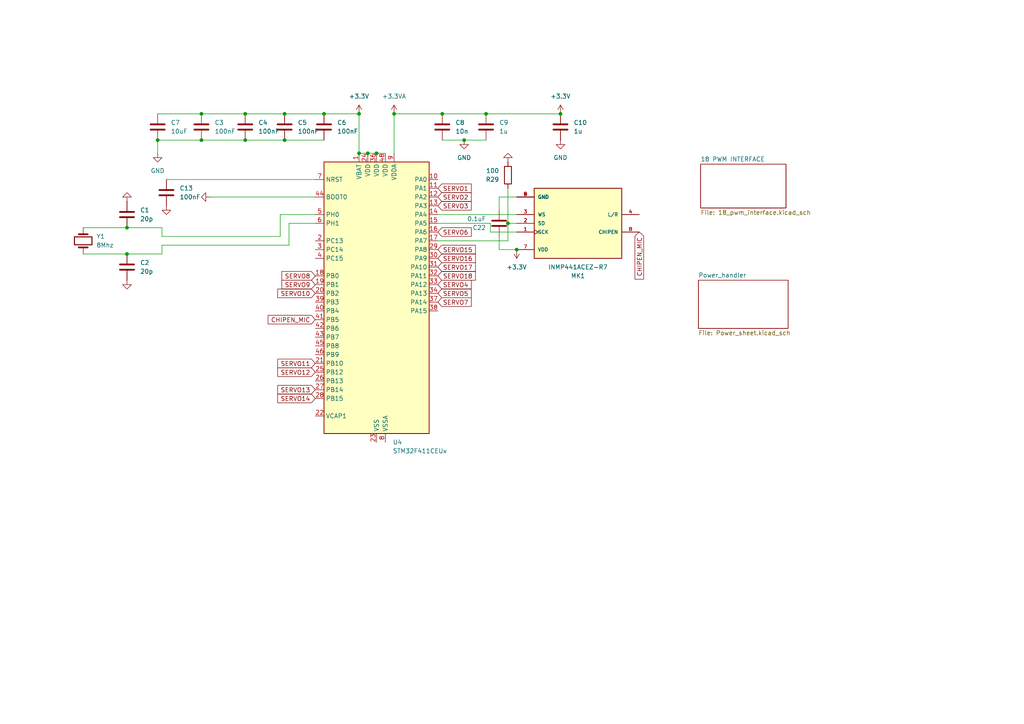
<source format=kicad_sch>
(kicad_sch
	(version 20250114)
	(generator "eeschema")
	(generator_version "9.0")
	(uuid "3449ee66-2977-4802-a474-0821cdf4e79b")
	(paper "A4")
	(lib_symbols
		(symbol "Device:C"
			(pin_numbers
				(hide yes)
			)
			(pin_names
				(offset 0.254)
			)
			(exclude_from_sim no)
			(in_bom yes)
			(on_board yes)
			(property "Reference" "C"
				(at 0.635 2.54 0)
				(effects
					(font
						(size 1.27 1.27)
					)
					(justify left)
				)
			)
			(property "Value" "C"
				(at 0.635 -2.54 0)
				(effects
					(font
						(size 1.27 1.27)
					)
					(justify left)
				)
			)
			(property "Footprint" ""
				(at 0.9652 -3.81 0)
				(effects
					(font
						(size 1.27 1.27)
					)
					(hide yes)
				)
			)
			(property "Datasheet" "~"
				(at 0 0 0)
				(effects
					(font
						(size 1.27 1.27)
					)
					(hide yes)
				)
			)
			(property "Description" "Unpolarized capacitor"
				(at 0 0 0)
				(effects
					(font
						(size 1.27 1.27)
					)
					(hide yes)
				)
			)
			(property "ki_keywords" "cap capacitor"
				(at 0 0 0)
				(effects
					(font
						(size 1.27 1.27)
					)
					(hide yes)
				)
			)
			(property "ki_fp_filters" "C_*"
				(at 0 0 0)
				(effects
					(font
						(size 1.27 1.27)
					)
					(hide yes)
				)
			)
			(symbol "C_0_1"
				(polyline
					(pts
						(xy -2.032 0.762) (xy 2.032 0.762)
					)
					(stroke
						(width 0.508)
						(type default)
					)
					(fill
						(type none)
					)
				)
				(polyline
					(pts
						(xy -2.032 -0.762) (xy 2.032 -0.762)
					)
					(stroke
						(width 0.508)
						(type default)
					)
					(fill
						(type none)
					)
				)
			)
			(symbol "C_1_1"
				(pin passive line
					(at 0 3.81 270)
					(length 2.794)
					(name "~"
						(effects
							(font
								(size 1.27 1.27)
							)
						)
					)
					(number "1"
						(effects
							(font
								(size 1.27 1.27)
							)
						)
					)
				)
				(pin passive line
					(at 0 -3.81 90)
					(length 2.794)
					(name "~"
						(effects
							(font
								(size 1.27 1.27)
							)
						)
					)
					(number "2"
						(effects
							(font
								(size 1.27 1.27)
							)
						)
					)
				)
			)
			(embedded_fonts no)
		)
		(symbol "Device:Crystal"
			(pin_numbers
				(hide yes)
			)
			(pin_names
				(offset 1.016)
				(hide yes)
			)
			(exclude_from_sim no)
			(in_bom yes)
			(on_board yes)
			(property "Reference" "Y"
				(at 0 3.81 0)
				(effects
					(font
						(size 1.27 1.27)
					)
				)
			)
			(property "Value" "Crystal"
				(at 0 -3.81 0)
				(effects
					(font
						(size 1.27 1.27)
					)
				)
			)
			(property "Footprint" ""
				(at 0 0 0)
				(effects
					(font
						(size 1.27 1.27)
					)
					(hide yes)
				)
			)
			(property "Datasheet" "~"
				(at 0 0 0)
				(effects
					(font
						(size 1.27 1.27)
					)
					(hide yes)
				)
			)
			(property "Description" "Two pin crystal"
				(at 0 0 0)
				(effects
					(font
						(size 1.27 1.27)
					)
					(hide yes)
				)
			)
			(property "ki_keywords" "quartz ceramic resonator oscillator"
				(at 0 0 0)
				(effects
					(font
						(size 1.27 1.27)
					)
					(hide yes)
				)
			)
			(property "ki_fp_filters" "Crystal*"
				(at 0 0 0)
				(effects
					(font
						(size 1.27 1.27)
					)
					(hide yes)
				)
			)
			(symbol "Crystal_0_1"
				(polyline
					(pts
						(xy -2.54 0) (xy -1.905 0)
					)
					(stroke
						(width 0)
						(type default)
					)
					(fill
						(type none)
					)
				)
				(polyline
					(pts
						(xy -1.905 -1.27) (xy -1.905 1.27)
					)
					(stroke
						(width 0.508)
						(type default)
					)
					(fill
						(type none)
					)
				)
				(rectangle
					(start -1.143 2.54)
					(end 1.143 -2.54)
					(stroke
						(width 0.3048)
						(type default)
					)
					(fill
						(type none)
					)
				)
				(polyline
					(pts
						(xy 1.905 -1.27) (xy 1.905 1.27)
					)
					(stroke
						(width 0.508)
						(type default)
					)
					(fill
						(type none)
					)
				)
				(polyline
					(pts
						(xy 2.54 0) (xy 1.905 0)
					)
					(stroke
						(width 0)
						(type default)
					)
					(fill
						(type none)
					)
				)
			)
			(symbol "Crystal_1_1"
				(pin passive line
					(at -3.81 0 0)
					(length 1.27)
					(name "1"
						(effects
							(font
								(size 1.27 1.27)
							)
						)
					)
					(number "1"
						(effects
							(font
								(size 1.27 1.27)
							)
						)
					)
				)
				(pin passive line
					(at 3.81 0 180)
					(length 1.27)
					(name "2"
						(effects
							(font
								(size 1.27 1.27)
							)
						)
					)
					(number "2"
						(effects
							(font
								(size 1.27 1.27)
							)
						)
					)
				)
			)
			(embedded_fonts no)
		)
		(symbol "Device:R"
			(pin_numbers
				(hide yes)
			)
			(pin_names
				(offset 0)
			)
			(exclude_from_sim no)
			(in_bom yes)
			(on_board yes)
			(property "Reference" "R"
				(at 2.032 0 90)
				(effects
					(font
						(size 1.27 1.27)
					)
				)
			)
			(property "Value" "R"
				(at 0 0 90)
				(effects
					(font
						(size 1.27 1.27)
					)
				)
			)
			(property "Footprint" ""
				(at -1.778 0 90)
				(effects
					(font
						(size 1.27 1.27)
					)
					(hide yes)
				)
			)
			(property "Datasheet" "~"
				(at 0 0 0)
				(effects
					(font
						(size 1.27 1.27)
					)
					(hide yes)
				)
			)
			(property "Description" "Resistor"
				(at 0 0 0)
				(effects
					(font
						(size 1.27 1.27)
					)
					(hide yes)
				)
			)
			(property "ki_keywords" "R res resistor"
				(at 0 0 0)
				(effects
					(font
						(size 1.27 1.27)
					)
					(hide yes)
				)
			)
			(property "ki_fp_filters" "R_*"
				(at 0 0 0)
				(effects
					(font
						(size 1.27 1.27)
					)
					(hide yes)
				)
			)
			(symbol "R_0_1"
				(rectangle
					(start -1.016 -2.54)
					(end 1.016 2.54)
					(stroke
						(width 0.254)
						(type default)
					)
					(fill
						(type none)
					)
				)
			)
			(symbol "R_1_1"
				(pin passive line
					(at 0 3.81 270)
					(length 1.27)
					(name "~"
						(effects
							(font
								(size 1.27 1.27)
							)
						)
					)
					(number "1"
						(effects
							(font
								(size 1.27 1.27)
							)
						)
					)
				)
				(pin passive line
					(at 0 -3.81 90)
					(length 1.27)
					(name "~"
						(effects
							(font
								(size 1.27 1.27)
							)
						)
					)
					(number "2"
						(effects
							(font
								(size 1.27 1.27)
							)
						)
					)
				)
			)
			(embedded_fonts no)
		)
		(symbol "MCU_ST_STM32F4:STM32F411CEUx"
			(exclude_from_sim no)
			(in_bom yes)
			(on_board yes)
			(property "Reference" "U"
				(at -15.24 41.91 0)
				(effects
					(font
						(size 1.27 1.27)
					)
					(justify left)
				)
			)
			(property "Value" "STM32F411CEUx"
				(at 7.62 41.91 0)
				(effects
					(font
						(size 1.27 1.27)
					)
					(justify left)
				)
			)
			(property "Footprint" "Package_DFN_QFN:QFN-48-1EP_7x7mm_P0.5mm_EP5.6x5.6mm"
				(at -15.24 -38.1 0)
				(effects
					(font
						(size 1.27 1.27)
					)
					(justify right)
					(hide yes)
				)
			)
			(property "Datasheet" "https://www.st.com/resource/en/datasheet/stm32f411ce.pdf"
				(at 0 0 0)
				(effects
					(font
						(size 1.27 1.27)
					)
					(hide yes)
				)
			)
			(property "Description" "STMicroelectronics Arm Cortex-M4 MCU, 512KB flash, 128KB RAM, 100 MHz, 1.7-3.6V, 36 GPIO, UFQFPN48"
				(at 0 0 0)
				(effects
					(font
						(size 1.27 1.27)
					)
					(hide yes)
				)
			)
			(property "ki_keywords" "Arm Cortex-M4 STM32F4 STM32F411"
				(at 0 0 0)
				(effects
					(font
						(size 1.27 1.27)
					)
					(hide yes)
				)
			)
			(property "ki_fp_filters" "QFN*1EP*7x7mm*P0.5mm*"
				(at 0 0 0)
				(effects
					(font
						(size 1.27 1.27)
					)
					(hide yes)
				)
			)
			(symbol "STM32F411CEUx_0_1"
				(rectangle
					(start -15.24 -38.1)
					(end 15.24 40.64)
					(stroke
						(width 0.254)
						(type default)
					)
					(fill
						(type background)
					)
				)
			)
			(symbol "STM32F411CEUx_1_1"
				(pin input line
					(at -17.78 35.56 0)
					(length 2.54)
					(name "NRST"
						(effects
							(font
								(size 1.27 1.27)
							)
						)
					)
					(number "7"
						(effects
							(font
								(size 1.27 1.27)
							)
						)
					)
				)
				(pin input line
					(at -17.78 30.48 0)
					(length 2.54)
					(name "BOOT0"
						(effects
							(font
								(size 1.27 1.27)
							)
						)
					)
					(number "44"
						(effects
							(font
								(size 1.27 1.27)
							)
						)
					)
				)
				(pin bidirectional line
					(at -17.78 25.4 0)
					(length 2.54)
					(name "PH0"
						(effects
							(font
								(size 1.27 1.27)
							)
						)
					)
					(number "5"
						(effects
							(font
								(size 1.27 1.27)
							)
						)
					)
					(alternate "RCC_OSC_IN" bidirectional line)
				)
				(pin bidirectional line
					(at -17.78 22.86 0)
					(length 2.54)
					(name "PH1"
						(effects
							(font
								(size 1.27 1.27)
							)
						)
					)
					(number "6"
						(effects
							(font
								(size 1.27 1.27)
							)
						)
					)
					(alternate "RCC_OSC_OUT" bidirectional line)
				)
				(pin bidirectional line
					(at -17.78 17.78 0)
					(length 2.54)
					(name "PC13"
						(effects
							(font
								(size 1.27 1.27)
							)
						)
					)
					(number "2"
						(effects
							(font
								(size 1.27 1.27)
							)
						)
					)
					(alternate "RTC_AF1" bidirectional line)
				)
				(pin bidirectional line
					(at -17.78 15.24 0)
					(length 2.54)
					(name "PC14"
						(effects
							(font
								(size 1.27 1.27)
							)
						)
					)
					(number "3"
						(effects
							(font
								(size 1.27 1.27)
							)
						)
					)
					(alternate "RCC_OSC32_IN" bidirectional line)
				)
				(pin bidirectional line
					(at -17.78 12.7 0)
					(length 2.54)
					(name "PC15"
						(effects
							(font
								(size 1.27 1.27)
							)
						)
					)
					(number "4"
						(effects
							(font
								(size 1.27 1.27)
							)
						)
					)
					(alternate "ADC1_EXTI15" bidirectional line)
					(alternate "RCC_OSC32_OUT" bidirectional line)
				)
				(pin bidirectional line
					(at -17.78 7.62 0)
					(length 2.54)
					(name "PB0"
						(effects
							(font
								(size 1.27 1.27)
							)
						)
					)
					(number "18"
						(effects
							(font
								(size 1.27 1.27)
							)
						)
					)
					(alternate "ADC1_IN8" bidirectional line)
					(alternate "I2S5_CK" bidirectional line)
					(alternate "SPI5_SCK" bidirectional line)
					(alternate "TIM1_CH2N" bidirectional line)
					(alternate "TIM3_CH3" bidirectional line)
				)
				(pin bidirectional line
					(at -17.78 5.08 0)
					(length 2.54)
					(name "PB1"
						(effects
							(font
								(size 1.27 1.27)
							)
						)
					)
					(number "19"
						(effects
							(font
								(size 1.27 1.27)
							)
						)
					)
					(alternate "ADC1_IN9" bidirectional line)
					(alternate "I2S5_WS" bidirectional line)
					(alternate "SPI5_NSS" bidirectional line)
					(alternate "TIM1_CH3N" bidirectional line)
					(alternate "TIM3_CH4" bidirectional line)
				)
				(pin bidirectional line
					(at -17.78 2.54 0)
					(length 2.54)
					(name "PB2"
						(effects
							(font
								(size 1.27 1.27)
							)
						)
					)
					(number "20"
						(effects
							(font
								(size 1.27 1.27)
							)
						)
					)
				)
				(pin bidirectional line
					(at -17.78 0 0)
					(length 2.54)
					(name "PB3"
						(effects
							(font
								(size 1.27 1.27)
							)
						)
					)
					(number "39"
						(effects
							(font
								(size 1.27 1.27)
							)
						)
					)
					(alternate "I2C2_SDA" bidirectional line)
					(alternate "I2S1_CK" bidirectional line)
					(alternate "I2S3_CK" bidirectional line)
					(alternate "SPI1_SCK" bidirectional line)
					(alternate "SPI3_SCK" bidirectional line)
					(alternate "SYS_JTDO-SWO" bidirectional line)
					(alternate "TIM2_CH2" bidirectional line)
					(alternate "USART1_RX" bidirectional line)
				)
				(pin bidirectional line
					(at -17.78 -2.54 0)
					(length 2.54)
					(name "PB4"
						(effects
							(font
								(size 1.27 1.27)
							)
						)
					)
					(number "40"
						(effects
							(font
								(size 1.27 1.27)
							)
						)
					)
					(alternate "I2C3_SDA" bidirectional line)
					(alternate "I2S3_ext_SD" bidirectional line)
					(alternate "SDIO_D0" bidirectional line)
					(alternate "SPI1_MISO" bidirectional line)
					(alternate "SPI3_MISO" bidirectional line)
					(alternate "SYS_JTRST" bidirectional line)
					(alternate "TIM3_CH1" bidirectional line)
				)
				(pin bidirectional line
					(at -17.78 -5.08 0)
					(length 2.54)
					(name "PB5"
						(effects
							(font
								(size 1.27 1.27)
							)
						)
					)
					(number "41"
						(effects
							(font
								(size 1.27 1.27)
							)
						)
					)
					(alternate "I2C1_SMBA" bidirectional line)
					(alternate "I2S1_SD" bidirectional line)
					(alternate "I2S3_SD" bidirectional line)
					(alternate "SDIO_D3" bidirectional line)
					(alternate "SPI1_MOSI" bidirectional line)
					(alternate "SPI3_MOSI" bidirectional line)
					(alternate "TIM3_CH2" bidirectional line)
				)
				(pin bidirectional line
					(at -17.78 -7.62 0)
					(length 2.54)
					(name "PB6"
						(effects
							(font
								(size 1.27 1.27)
							)
						)
					)
					(number "42"
						(effects
							(font
								(size 1.27 1.27)
							)
						)
					)
					(alternate "I2C1_SCL" bidirectional line)
					(alternate "TIM4_CH1" bidirectional line)
					(alternate "USART1_TX" bidirectional line)
				)
				(pin bidirectional line
					(at -17.78 -10.16 0)
					(length 2.54)
					(name "PB7"
						(effects
							(font
								(size 1.27 1.27)
							)
						)
					)
					(number "43"
						(effects
							(font
								(size 1.27 1.27)
							)
						)
					)
					(alternate "I2C1_SDA" bidirectional line)
					(alternate "SDIO_D0" bidirectional line)
					(alternate "TIM4_CH2" bidirectional line)
					(alternate "USART1_RX" bidirectional line)
				)
				(pin bidirectional line
					(at -17.78 -12.7 0)
					(length 2.54)
					(name "PB8"
						(effects
							(font
								(size 1.27 1.27)
							)
						)
					)
					(number "45"
						(effects
							(font
								(size 1.27 1.27)
							)
						)
					)
					(alternate "I2C1_SCL" bidirectional line)
					(alternate "I2C3_SDA" bidirectional line)
					(alternate "I2S5_SD" bidirectional line)
					(alternate "SDIO_D4" bidirectional line)
					(alternate "SPI5_MOSI" bidirectional line)
					(alternate "TIM10_CH1" bidirectional line)
					(alternate "TIM4_CH3" bidirectional line)
				)
				(pin bidirectional line
					(at -17.78 -15.24 0)
					(length 2.54)
					(name "PB9"
						(effects
							(font
								(size 1.27 1.27)
							)
						)
					)
					(number "46"
						(effects
							(font
								(size 1.27 1.27)
							)
						)
					)
					(alternate "I2C1_SDA" bidirectional line)
					(alternate "I2C2_SDA" bidirectional line)
					(alternate "I2S2_WS" bidirectional line)
					(alternate "SDIO_D5" bidirectional line)
					(alternate "SPI2_NSS" bidirectional line)
					(alternate "TIM11_CH1" bidirectional line)
					(alternate "TIM4_CH4" bidirectional line)
				)
				(pin bidirectional line
					(at -17.78 -17.78 0)
					(length 2.54)
					(name "PB10"
						(effects
							(font
								(size 1.27 1.27)
							)
						)
					)
					(number "21"
						(effects
							(font
								(size 1.27 1.27)
							)
						)
					)
					(alternate "I2C2_SCL" bidirectional line)
					(alternate "I2S2_CK" bidirectional line)
					(alternate "I2S3_MCK" bidirectional line)
					(alternate "SDIO_D7" bidirectional line)
					(alternate "SPI2_SCK" bidirectional line)
					(alternate "TIM2_CH3" bidirectional line)
				)
				(pin bidirectional line
					(at -17.78 -20.32 0)
					(length 2.54)
					(name "PB12"
						(effects
							(font
								(size 1.27 1.27)
							)
						)
					)
					(number "25"
						(effects
							(font
								(size 1.27 1.27)
							)
						)
					)
					(alternate "I2C2_SMBA" bidirectional line)
					(alternate "I2S2_WS" bidirectional line)
					(alternate "I2S3_CK" bidirectional line)
					(alternate "I2S4_WS" bidirectional line)
					(alternate "SPI2_NSS" bidirectional line)
					(alternate "SPI3_SCK" bidirectional line)
					(alternate "SPI4_NSS" bidirectional line)
					(alternate "TIM1_BKIN" bidirectional line)
				)
				(pin bidirectional line
					(at -17.78 -22.86 0)
					(length 2.54)
					(name "PB13"
						(effects
							(font
								(size 1.27 1.27)
							)
						)
					)
					(number "26"
						(effects
							(font
								(size 1.27 1.27)
							)
						)
					)
					(alternate "I2S2_CK" bidirectional line)
					(alternate "I2S4_CK" bidirectional line)
					(alternate "SPI2_SCK" bidirectional line)
					(alternate "SPI4_SCK" bidirectional line)
					(alternate "TIM1_CH1N" bidirectional line)
				)
				(pin bidirectional line
					(at -17.78 -25.4 0)
					(length 2.54)
					(name "PB14"
						(effects
							(font
								(size 1.27 1.27)
							)
						)
					)
					(number "27"
						(effects
							(font
								(size 1.27 1.27)
							)
						)
					)
					(alternate "I2S2_ext_SD" bidirectional line)
					(alternate "SDIO_D6" bidirectional line)
					(alternate "SPI2_MISO" bidirectional line)
					(alternate "TIM1_CH2N" bidirectional line)
				)
				(pin bidirectional line
					(at -17.78 -27.94 0)
					(length 2.54)
					(name "PB15"
						(effects
							(font
								(size 1.27 1.27)
							)
						)
					)
					(number "28"
						(effects
							(font
								(size 1.27 1.27)
							)
						)
					)
					(alternate "ADC1_EXTI15" bidirectional line)
					(alternate "I2S2_SD" bidirectional line)
					(alternate "RTC_REFIN" bidirectional line)
					(alternate "SDIO_CK" bidirectional line)
					(alternate "SPI2_MOSI" bidirectional line)
					(alternate "TIM1_CH3N" bidirectional line)
				)
				(pin power_out line
					(at -17.78 -33.02 0)
					(length 2.54)
					(name "VCAP1"
						(effects
							(font
								(size 1.27 1.27)
							)
						)
					)
					(number "22"
						(effects
							(font
								(size 1.27 1.27)
							)
						)
					)
				)
				(pin power_in line
					(at -5.08 43.18 270)
					(length 2.54)
					(name "VBAT"
						(effects
							(font
								(size 1.27 1.27)
							)
						)
					)
					(number "1"
						(effects
							(font
								(size 1.27 1.27)
							)
						)
					)
				)
				(pin power_in line
					(at -2.54 43.18 270)
					(length 2.54)
					(name "VDD"
						(effects
							(font
								(size 1.27 1.27)
							)
						)
					)
					(number "24"
						(effects
							(font
								(size 1.27 1.27)
							)
						)
					)
				)
				(pin power_in line
					(at 0 43.18 270)
					(length 2.54)
					(name "VDD"
						(effects
							(font
								(size 1.27 1.27)
							)
						)
					)
					(number "36"
						(effects
							(font
								(size 1.27 1.27)
							)
						)
					)
				)
				(pin power_in line
					(at 0 -40.64 90)
					(length 2.54)
					(name "VSS"
						(effects
							(font
								(size 1.27 1.27)
							)
						)
					)
					(number "23"
						(effects
							(font
								(size 1.27 1.27)
							)
						)
					)
				)
				(pin passive line
					(at 0 -40.64 90)
					(length 2.54)
					(hide yes)
					(name "VSS"
						(effects
							(font
								(size 1.27 1.27)
							)
						)
					)
					(number "35"
						(effects
							(font
								(size 1.27 1.27)
							)
						)
					)
				)
				(pin passive line
					(at 0 -40.64 90)
					(length 2.54)
					(hide yes)
					(name "VSS"
						(effects
							(font
								(size 1.27 1.27)
							)
						)
					)
					(number "47"
						(effects
							(font
								(size 1.27 1.27)
							)
						)
					)
				)
				(pin passive line
					(at 0 -40.64 90)
					(length 2.54)
					(hide yes)
					(name "VSS"
						(effects
							(font
								(size 1.27 1.27)
							)
						)
					)
					(number "49"
						(effects
							(font
								(size 1.27 1.27)
							)
						)
					)
				)
				(pin power_in line
					(at 2.54 43.18 270)
					(length 2.54)
					(name "VDD"
						(effects
							(font
								(size 1.27 1.27)
							)
						)
					)
					(number "48"
						(effects
							(font
								(size 1.27 1.27)
							)
						)
					)
				)
				(pin power_in line
					(at 2.54 -40.64 90)
					(length 2.54)
					(name "VSSA"
						(effects
							(font
								(size 1.27 1.27)
							)
						)
					)
					(number "8"
						(effects
							(font
								(size 1.27 1.27)
							)
						)
					)
				)
				(pin power_in line
					(at 5.08 43.18 270)
					(length 2.54)
					(name "VDDA"
						(effects
							(font
								(size 1.27 1.27)
							)
						)
					)
					(number "9"
						(effects
							(font
								(size 1.27 1.27)
							)
						)
					)
				)
				(pin bidirectional line
					(at 17.78 35.56 180)
					(length 2.54)
					(name "PA0"
						(effects
							(font
								(size 1.27 1.27)
							)
						)
					)
					(number "10"
						(effects
							(font
								(size 1.27 1.27)
							)
						)
					)
					(alternate "ADC1_IN0" bidirectional line)
					(alternate "SYS_WKUP" bidirectional line)
					(alternate "TIM2_CH1" bidirectional line)
					(alternate "TIM2_ETR" bidirectional line)
					(alternate "TIM5_CH1" bidirectional line)
					(alternate "USART2_CTS" bidirectional line)
				)
				(pin bidirectional line
					(at 17.78 33.02 180)
					(length 2.54)
					(name "PA1"
						(effects
							(font
								(size 1.27 1.27)
							)
						)
					)
					(number "11"
						(effects
							(font
								(size 1.27 1.27)
							)
						)
					)
					(alternate "ADC1_IN1" bidirectional line)
					(alternate "I2S4_SD" bidirectional line)
					(alternate "SPI4_MOSI" bidirectional line)
					(alternate "TIM2_CH2" bidirectional line)
					(alternate "TIM5_CH2" bidirectional line)
					(alternate "USART2_RTS" bidirectional line)
				)
				(pin bidirectional line
					(at 17.78 30.48 180)
					(length 2.54)
					(name "PA2"
						(effects
							(font
								(size 1.27 1.27)
							)
						)
					)
					(number "12"
						(effects
							(font
								(size 1.27 1.27)
							)
						)
					)
					(alternate "ADC1_IN2" bidirectional line)
					(alternate "I2S_CKIN" bidirectional line)
					(alternate "TIM2_CH3" bidirectional line)
					(alternate "TIM5_CH3" bidirectional line)
					(alternate "TIM9_CH1" bidirectional line)
					(alternate "USART2_TX" bidirectional line)
				)
				(pin bidirectional line
					(at 17.78 27.94 180)
					(length 2.54)
					(name "PA3"
						(effects
							(font
								(size 1.27 1.27)
							)
						)
					)
					(number "13"
						(effects
							(font
								(size 1.27 1.27)
							)
						)
					)
					(alternate "ADC1_IN3" bidirectional line)
					(alternate "I2S2_MCK" bidirectional line)
					(alternate "TIM2_CH4" bidirectional line)
					(alternate "TIM5_CH4" bidirectional line)
					(alternate "TIM9_CH2" bidirectional line)
					(alternate "USART2_RX" bidirectional line)
				)
				(pin bidirectional line
					(at 17.78 25.4 180)
					(length 2.54)
					(name "PA4"
						(effects
							(font
								(size 1.27 1.27)
							)
						)
					)
					(number "14"
						(effects
							(font
								(size 1.27 1.27)
							)
						)
					)
					(alternate "ADC1_IN4" bidirectional line)
					(alternate "I2S1_WS" bidirectional line)
					(alternate "I2S3_WS" bidirectional line)
					(alternate "SPI1_NSS" bidirectional line)
					(alternate "SPI3_NSS" bidirectional line)
					(alternate "USART2_CK" bidirectional line)
				)
				(pin bidirectional line
					(at 17.78 22.86 180)
					(length 2.54)
					(name "PA5"
						(effects
							(font
								(size 1.27 1.27)
							)
						)
					)
					(number "15"
						(effects
							(font
								(size 1.27 1.27)
							)
						)
					)
					(alternate "ADC1_IN5" bidirectional line)
					(alternate "I2S1_CK" bidirectional line)
					(alternate "SPI1_SCK" bidirectional line)
					(alternate "TIM2_CH1" bidirectional line)
					(alternate "TIM2_ETR" bidirectional line)
				)
				(pin bidirectional line
					(at 17.78 20.32 180)
					(length 2.54)
					(name "PA6"
						(effects
							(font
								(size 1.27 1.27)
							)
						)
					)
					(number "16"
						(effects
							(font
								(size 1.27 1.27)
							)
						)
					)
					(alternate "ADC1_IN6" bidirectional line)
					(alternate "I2S2_MCK" bidirectional line)
					(alternate "SDIO_CMD" bidirectional line)
					(alternate "SPI1_MISO" bidirectional line)
					(alternate "TIM1_BKIN" bidirectional line)
					(alternate "TIM3_CH1" bidirectional line)
				)
				(pin bidirectional line
					(at 17.78 17.78 180)
					(length 2.54)
					(name "PA7"
						(effects
							(font
								(size 1.27 1.27)
							)
						)
					)
					(number "17"
						(effects
							(font
								(size 1.27 1.27)
							)
						)
					)
					(alternate "ADC1_IN7" bidirectional line)
					(alternate "I2S1_SD" bidirectional line)
					(alternate "SPI1_MOSI" bidirectional line)
					(alternate "TIM1_CH1N" bidirectional line)
					(alternate "TIM3_CH2" bidirectional line)
				)
				(pin bidirectional line
					(at 17.78 15.24 180)
					(length 2.54)
					(name "PA8"
						(effects
							(font
								(size 1.27 1.27)
							)
						)
					)
					(number "29"
						(effects
							(font
								(size 1.27 1.27)
							)
						)
					)
					(alternate "I2C3_SCL" bidirectional line)
					(alternate "RCC_MCO_1" bidirectional line)
					(alternate "SDIO_D1" bidirectional line)
					(alternate "TIM1_CH1" bidirectional line)
					(alternate "USART1_CK" bidirectional line)
					(alternate "USB_OTG_FS_SOF" bidirectional line)
				)
				(pin bidirectional line
					(at 17.78 12.7 180)
					(length 2.54)
					(name "PA9"
						(effects
							(font
								(size 1.27 1.27)
							)
						)
					)
					(number "30"
						(effects
							(font
								(size 1.27 1.27)
							)
						)
					)
					(alternate "I2C3_SMBA" bidirectional line)
					(alternate "SDIO_D2" bidirectional line)
					(alternate "TIM1_CH2" bidirectional line)
					(alternate "USART1_TX" bidirectional line)
					(alternate "USB_OTG_FS_VBUS" bidirectional line)
				)
				(pin bidirectional line
					(at 17.78 10.16 180)
					(length 2.54)
					(name "PA10"
						(effects
							(font
								(size 1.27 1.27)
							)
						)
					)
					(number "31"
						(effects
							(font
								(size 1.27 1.27)
							)
						)
					)
					(alternate "I2S5_SD" bidirectional line)
					(alternate "SPI5_MOSI" bidirectional line)
					(alternate "TIM1_CH3" bidirectional line)
					(alternate "USART1_RX" bidirectional line)
					(alternate "USB_OTG_FS_ID" bidirectional line)
				)
				(pin bidirectional line
					(at 17.78 7.62 180)
					(length 2.54)
					(name "PA11"
						(effects
							(font
								(size 1.27 1.27)
							)
						)
					)
					(number "32"
						(effects
							(font
								(size 1.27 1.27)
							)
						)
					)
					(alternate "ADC1_EXTI11" bidirectional line)
					(alternate "SPI4_MISO" bidirectional line)
					(alternate "TIM1_CH4" bidirectional line)
					(alternate "USART1_CTS" bidirectional line)
					(alternate "USART6_TX" bidirectional line)
					(alternate "USB_OTG_FS_DM" bidirectional line)
				)
				(pin bidirectional line
					(at 17.78 5.08 180)
					(length 2.54)
					(name "PA12"
						(effects
							(font
								(size 1.27 1.27)
							)
						)
					)
					(number "33"
						(effects
							(font
								(size 1.27 1.27)
							)
						)
					)
					(alternate "SPI5_MISO" bidirectional line)
					(alternate "TIM1_ETR" bidirectional line)
					(alternate "USART1_RTS" bidirectional line)
					(alternate "USART6_RX" bidirectional line)
					(alternate "USB_OTG_FS_DP" bidirectional line)
				)
				(pin bidirectional line
					(at 17.78 2.54 180)
					(length 2.54)
					(name "PA13"
						(effects
							(font
								(size 1.27 1.27)
							)
						)
					)
					(number "34"
						(effects
							(font
								(size 1.27 1.27)
							)
						)
					)
					(alternate "SYS_JTMS-SWDIO" bidirectional line)
				)
				(pin bidirectional line
					(at 17.78 0 180)
					(length 2.54)
					(name "PA14"
						(effects
							(font
								(size 1.27 1.27)
							)
						)
					)
					(number "37"
						(effects
							(font
								(size 1.27 1.27)
							)
						)
					)
					(alternate "SYS_JTCK-SWCLK" bidirectional line)
				)
				(pin bidirectional line
					(at 17.78 -2.54 180)
					(length 2.54)
					(name "PA15"
						(effects
							(font
								(size 1.27 1.27)
							)
						)
					)
					(number "38"
						(effects
							(font
								(size 1.27 1.27)
							)
						)
					)
					(alternate "ADC1_EXTI15" bidirectional line)
					(alternate "I2S1_WS" bidirectional line)
					(alternate "I2S3_WS" bidirectional line)
					(alternate "SPI1_NSS" bidirectional line)
					(alternate "SPI3_NSS" bidirectional line)
					(alternate "SYS_JTDI" bidirectional line)
					(alternate "TIM2_CH1" bidirectional line)
					(alternate "TIM2_ETR" bidirectional line)
					(alternate "USART1_TX" bidirectional line)
				)
			)
			(embedded_fonts no)
		)
		(symbol "Microphone:INMP441ACEZ-R7"
			(pin_names
				(offset 1.016)
			)
			(exclude_from_sim no)
			(in_bom yes)
			(on_board yes)
			(property "Reference" "MK"
				(at -12.7 10.795 0)
				(effects
					(font
						(size 1.27 1.27)
					)
					(justify left bottom)
				)
			)
			(property "Value" "INMP441ACEZ-R7"
				(at -12.7 -12.7 0)
				(effects
					(font
						(size 1.27 1.27)
					)
					(justify left bottom)
				)
			)
			(property "Footprint" "INMP441ACEZ-R7:MIC_INMP441ACEZ-R7"
				(at 0 0 0)
				(effects
					(font
						(size 1.27 1.27)
					)
					(justify bottom)
					(hide yes)
				)
			)
			(property "Datasheet" ""
				(at 0 0 0)
				(effects
					(font
						(size 1.27 1.27)
					)
					(hide yes)
				)
			)
			(property "Description" ""
				(at 0 0 0)
				(effects
					(font
						(size 1.27 1.27)
					)
					(hide yes)
				)
			)
			(property "MF" "TDK InvenSense"
				(at 0 0 0)
				(effects
					(font
						(size 1.27 1.27)
					)
					(justify bottom)
					(hide yes)
				)
			)
			(property "MAXIMUM_PACKAGE_HEIGHT" "1.05 mm"
				(at 0 0 0)
				(effects
					(font
						(size 1.27 1.27)
					)
					(justify bottom)
					(hide yes)
				)
			)
			(property "Package" "LGA-9 TDK InvenSense"
				(at 0 0 0)
				(effects
					(font
						(size 1.27 1.27)
					)
					(justify bottom)
					(hide yes)
				)
			)
			(property "Price" "None"
				(at 0 0 0)
				(effects
					(font
						(size 1.27 1.27)
					)
					(justify bottom)
					(hide yes)
				)
			)
			(property "Check_prices" "https://www.snapeda.com/parts/INMP441ACEZ-R7/TDK/view-part/?ref=eda"
				(at 0 0 0)
				(effects
					(font
						(size 1.27 1.27)
					)
					(justify bottom)
					(hide yes)
				)
			)
			(property "STANDARD" "Manufacturer Recommendations"
				(at 0 0 0)
				(effects
					(font
						(size 1.27 1.27)
					)
					(justify bottom)
					(hide yes)
				)
			)
			(property "PARTREV" "1.1"
				(at 0 0 0)
				(effects
					(font
						(size 1.27 1.27)
					)
					(justify bottom)
					(hide yes)
				)
			)
			(property "SnapEDA_Link" "https://www.snapeda.com/parts/INMP441ACEZ-R7/TDK/view-part/?ref=snap"
				(at 0 0 0)
				(effects
					(font
						(size 1.27 1.27)
					)
					(justify bottom)
					(hide yes)
				)
			)
			(property "MP" "INMP441ACEZ-R7"
				(at 0 0 0)
				(effects
					(font
						(size 1.27 1.27)
					)
					(justify bottom)
					(hide yes)
				)
			)
			(property "Description_1" "60 Hz ~ 15 kHz Digital, I2S Microphone MEMS (Silicon) 1.62 V ~ 3.63 V Omnidirectional (-26dB ±3dB @ 94dB SPL) Solder Pads"
				(at 0 0 0)
				(effects
					(font
						(size 1.27 1.27)
					)
					(justify bottom)
					(hide yes)
				)
			)
			(property "Availability" "In Stock"
				(at 0 0 0)
				(effects
					(font
						(size 1.27 1.27)
					)
					(justify bottom)
					(hide yes)
				)
			)
			(property "MANUFACTURER" "TDK InvenSense"
				(at 0 0 0)
				(effects
					(font
						(size 1.27 1.27)
					)
					(justify bottom)
					(hide yes)
				)
			)
			(symbol "INMP441ACEZ-R7_0_0"
				(rectangle
					(start -12.7 -10.16)
					(end 12.7 10.16)
					(stroke
						(width 0.254)
						(type default)
					)
					(fill
						(type background)
					)
				)
				(pin input line
					(at -17.78 2.54 0)
					(length 5.08)
					(name "CHIPEN"
						(effects
							(font
								(size 1.016 1.016)
							)
						)
					)
					(number "8"
						(effects
							(font
								(size 1.016 1.016)
							)
						)
					)
				)
				(pin input line
					(at -17.78 -2.54 0)
					(length 5.08)
					(name "L/R"
						(effects
							(font
								(size 1.016 1.016)
							)
						)
					)
					(number "4"
						(effects
							(font
								(size 1.016 1.016)
							)
						)
					)
				)
				(pin power_in line
					(at 17.78 7.62 180)
					(length 5.08)
					(name "VDD"
						(effects
							(font
								(size 1.016 1.016)
							)
						)
					)
					(number "7"
						(effects
							(font
								(size 1.016 1.016)
							)
						)
					)
				)
				(pin input clock
					(at 17.78 2.54 180)
					(length 5.08)
					(name "SCK"
						(effects
							(font
								(size 1.016 1.016)
							)
						)
					)
					(number "1"
						(effects
							(font
								(size 1.016 1.016)
							)
						)
					)
				)
				(pin output line
					(at 17.78 0 180)
					(length 5.08)
					(name "SD"
						(effects
							(font
								(size 1.016 1.016)
							)
						)
					)
					(number "2"
						(effects
							(font
								(size 1.016 1.016)
							)
						)
					)
				)
				(pin input line
					(at 17.78 -2.54 180)
					(length 5.08)
					(name "WS"
						(effects
							(font
								(size 1.016 1.016)
							)
						)
					)
					(number "3"
						(effects
							(font
								(size 1.016 1.016)
							)
						)
					)
				)
				(pin power_in line
					(at 17.78 -7.62 180)
					(length 5.08)
					(name "GND"
						(effects
							(font
								(size 1.016 1.016)
							)
						)
					)
					(number "5"
						(effects
							(font
								(size 1.016 1.016)
							)
						)
					)
				)
				(pin power_in line
					(at 17.78 -7.62 180)
					(length 5.08)
					(name "GND"
						(effects
							(font
								(size 1.016 1.016)
							)
						)
					)
					(number "6"
						(effects
							(font
								(size 1.016 1.016)
							)
						)
					)
				)
				(pin power_in line
					(at 17.78 -7.62 180)
					(length 5.08)
					(name "GND"
						(effects
							(font
								(size 1.016 1.016)
							)
						)
					)
					(number "9"
						(effects
							(font
								(size 1.016 1.016)
							)
						)
					)
				)
			)
			(embedded_fonts no)
		)
		(symbol "power:+3.3V"
			(power)
			(pin_numbers
				(hide yes)
			)
			(pin_names
				(offset 0)
				(hide yes)
			)
			(exclude_from_sim no)
			(in_bom yes)
			(on_board yes)
			(property "Reference" "#PWR"
				(at 0 -3.81 0)
				(effects
					(font
						(size 1.27 1.27)
					)
					(hide yes)
				)
			)
			(property "Value" "+3.3V"
				(at 0 3.556 0)
				(effects
					(font
						(size 1.27 1.27)
					)
				)
			)
			(property "Footprint" ""
				(at 0 0 0)
				(effects
					(font
						(size 1.27 1.27)
					)
					(hide yes)
				)
			)
			(property "Datasheet" ""
				(at 0 0 0)
				(effects
					(font
						(size 1.27 1.27)
					)
					(hide yes)
				)
			)
			(property "Description" "Power symbol creates a global label with name \"+3.3V\""
				(at 0 0 0)
				(effects
					(font
						(size 1.27 1.27)
					)
					(hide yes)
				)
			)
			(property "ki_keywords" "global power"
				(at 0 0 0)
				(effects
					(font
						(size 1.27 1.27)
					)
					(hide yes)
				)
			)
			(symbol "+3.3V_0_1"
				(polyline
					(pts
						(xy -0.762 1.27) (xy 0 2.54)
					)
					(stroke
						(width 0)
						(type default)
					)
					(fill
						(type none)
					)
				)
				(polyline
					(pts
						(xy 0 2.54) (xy 0.762 1.27)
					)
					(stroke
						(width 0)
						(type default)
					)
					(fill
						(type none)
					)
				)
				(polyline
					(pts
						(xy 0 0) (xy 0 2.54)
					)
					(stroke
						(width 0)
						(type default)
					)
					(fill
						(type none)
					)
				)
			)
			(symbol "+3.3V_1_1"
				(pin power_in line
					(at 0 0 90)
					(length 0)
					(name "~"
						(effects
							(font
								(size 1.27 1.27)
							)
						)
					)
					(number "1"
						(effects
							(font
								(size 1.27 1.27)
							)
						)
					)
				)
			)
			(embedded_fonts no)
		)
		(symbol "power:+3.3VA"
			(power)
			(pin_numbers
				(hide yes)
			)
			(pin_names
				(offset 0)
				(hide yes)
			)
			(exclude_from_sim no)
			(in_bom yes)
			(on_board yes)
			(property "Reference" "#PWR"
				(at 0 -3.81 0)
				(effects
					(font
						(size 1.27 1.27)
					)
					(hide yes)
				)
			)
			(property "Value" "+3.3VA"
				(at 0 3.556 0)
				(effects
					(font
						(size 1.27 1.27)
					)
				)
			)
			(property "Footprint" ""
				(at 0 0 0)
				(effects
					(font
						(size 1.27 1.27)
					)
					(hide yes)
				)
			)
			(property "Datasheet" ""
				(at 0 0 0)
				(effects
					(font
						(size 1.27 1.27)
					)
					(hide yes)
				)
			)
			(property "Description" "Power symbol creates a global label with name \"+3.3VA\""
				(at 0 0 0)
				(effects
					(font
						(size 1.27 1.27)
					)
					(hide yes)
				)
			)
			(property "ki_keywords" "global power"
				(at 0 0 0)
				(effects
					(font
						(size 1.27 1.27)
					)
					(hide yes)
				)
			)
			(symbol "+3.3VA_0_1"
				(polyline
					(pts
						(xy -0.762 1.27) (xy 0 2.54)
					)
					(stroke
						(width 0)
						(type default)
					)
					(fill
						(type none)
					)
				)
				(polyline
					(pts
						(xy 0 2.54) (xy 0.762 1.27)
					)
					(stroke
						(width 0)
						(type default)
					)
					(fill
						(type none)
					)
				)
				(polyline
					(pts
						(xy 0 0) (xy 0 2.54)
					)
					(stroke
						(width 0)
						(type default)
					)
					(fill
						(type none)
					)
				)
			)
			(symbol "+3.3VA_1_1"
				(pin power_in line
					(at 0 0 90)
					(length 0)
					(name "~"
						(effects
							(font
								(size 1.27 1.27)
							)
						)
					)
					(number "1"
						(effects
							(font
								(size 1.27 1.27)
							)
						)
					)
				)
			)
			(embedded_fonts no)
		)
		(symbol "power:GND"
			(power)
			(pin_numbers
				(hide yes)
			)
			(pin_names
				(offset 0)
				(hide yes)
			)
			(exclude_from_sim no)
			(in_bom yes)
			(on_board yes)
			(property "Reference" "#PWR"
				(at 0 -6.35 0)
				(effects
					(font
						(size 1.27 1.27)
					)
					(hide yes)
				)
			)
			(property "Value" "GND"
				(at 0 -3.81 0)
				(effects
					(font
						(size 1.27 1.27)
					)
				)
			)
			(property "Footprint" ""
				(at 0 0 0)
				(effects
					(font
						(size 1.27 1.27)
					)
					(hide yes)
				)
			)
			(property "Datasheet" ""
				(at 0 0 0)
				(effects
					(font
						(size 1.27 1.27)
					)
					(hide yes)
				)
			)
			(property "Description" "Power symbol creates a global label with name \"GND\" , ground"
				(at 0 0 0)
				(effects
					(font
						(size 1.27 1.27)
					)
					(hide yes)
				)
			)
			(property "ki_keywords" "global power"
				(at 0 0 0)
				(effects
					(font
						(size 1.27 1.27)
					)
					(hide yes)
				)
			)
			(symbol "GND_0_1"
				(polyline
					(pts
						(xy 0 0) (xy 0 -1.27) (xy 1.27 -1.27) (xy 0 -2.54) (xy -1.27 -1.27) (xy 0 -1.27)
					)
					(stroke
						(width 0)
						(type default)
					)
					(fill
						(type none)
					)
				)
			)
			(symbol "GND_1_1"
				(pin power_in line
					(at 0 0 270)
					(length 0)
					(name "~"
						(effects
							(font
								(size 1.27 1.27)
							)
						)
					)
					(number "1"
						(effects
							(font
								(size 1.27 1.27)
							)
						)
					)
				)
			)
			(embedded_fonts no)
		)
	)
	(junction
		(at 114.3 33.02)
		(diameter 0)
		(color 0 0 0 0)
		(uuid "21dfae2f-23f4-4313-a9c3-60f739d8b980")
	)
	(junction
		(at 36.83 73.66)
		(diameter 0)
		(color 0 0 0 0)
		(uuid "2ccd0e88-66af-4224-8f21-14ae3d93399c")
	)
	(junction
		(at 36.83 66.04)
		(diameter 0)
		(color 0 0 0 0)
		(uuid "34720b05-65de-487d-82dd-6cbc2b573e5e")
	)
	(junction
		(at 128.27 33.02)
		(diameter 0)
		(color 0 0 0 0)
		(uuid "5edd98fd-5f10-4c4b-9f0d-4edc164846f6")
	)
	(junction
		(at 106.68 44.45)
		(diameter 0)
		(color 0 0 0 0)
		(uuid "67a890ab-faab-4465-b4a9-93e5fc9c2602")
	)
	(junction
		(at 140.97 33.02)
		(diameter 0)
		(color 0 0 0 0)
		(uuid "6de752ed-9c43-4084-bf58-405dd5d5921c")
	)
	(junction
		(at 147.32 64.77)
		(diameter 0)
		(color 0 0 0 0)
		(uuid "728d5bcc-4207-4058-b2cf-fa3b0d83f20a")
	)
	(junction
		(at 134.62 40.64)
		(diameter 0)
		(color 0 0 0 0)
		(uuid "76dcda7c-d60b-47ba-8ab0-13aa485c449b")
	)
	(junction
		(at 71.12 33.02)
		(diameter 0)
		(color 0 0 0 0)
		(uuid "7c3cc4ed-0028-43a0-af52-e1725c106522")
	)
	(junction
		(at 104.14 44.45)
		(diameter 0)
		(color 0 0 0 0)
		(uuid "7ddcb7a2-5398-48ae-8aec-2e33b11b9e5a")
	)
	(junction
		(at 82.55 40.64)
		(diameter 0)
		(color 0 0 0 0)
		(uuid "7f79732d-59d0-4b30-9ef4-629a7e61e0d3")
	)
	(junction
		(at 109.22 44.45)
		(diameter 0)
		(color 0 0 0 0)
		(uuid "8b20eeed-ad24-4345-96ee-31b433f624b7")
	)
	(junction
		(at 82.55 33.02)
		(diameter 0)
		(color 0 0 0 0)
		(uuid "8b875138-9f4c-43c6-b44b-27f698c296b5")
	)
	(junction
		(at 58.42 40.64)
		(diameter 0)
		(color 0 0 0 0)
		(uuid "97bf864d-5e8a-4e30-952c-aec80077a28f")
	)
	(junction
		(at 45.72 40.64)
		(diameter 0)
		(color 0 0 0 0)
		(uuid "a3fb9a1b-ff3f-4a3b-9b94-dfb03546ff2a")
	)
	(junction
		(at 149.86 72.39)
		(diameter 0)
		(color 0 0 0 0)
		(uuid "a605df05-76fe-4de9-bfbf-5547274ad1a4")
	)
	(junction
		(at 162.56 33.02)
		(diameter 0)
		(color 0 0 0 0)
		(uuid "b6c53b67-87de-4d1e-aa7b-2282806cfd33")
	)
	(junction
		(at 71.12 40.64)
		(diameter 0)
		(color 0 0 0 0)
		(uuid "bf8cf155-8ee4-419c-b87e-cccd4ca0907e")
	)
	(junction
		(at 104.14 33.02)
		(diameter 0)
		(color 0 0 0 0)
		(uuid "d46dfcf5-7907-42aa-9010-bed556493bac")
	)
	(junction
		(at 93.98 33.02)
		(diameter 0)
		(color 0 0 0 0)
		(uuid "d9f3179b-71d2-4cc7-b82e-bb956422db35")
	)
	(junction
		(at 58.42 33.02)
		(diameter 0)
		(color 0 0 0 0)
		(uuid "ed724db9-6b04-4c27-84a7-579899e074b9")
	)
	(wire
		(pts
			(xy 46.99 66.04) (xy 46.99 68.58)
		)
		(stroke
			(width 0)
			(type default)
		)
		(uuid "02a09dd4-b365-48d4-8c22-15f842fd5bed")
	)
	(wire
		(pts
			(xy 147.32 64.77) (xy 147.32 54.61)
		)
		(stroke
			(width 0)
			(type default)
		)
		(uuid "08452abd-714d-41bd-9da0-a3b4c3d6d500")
	)
	(wire
		(pts
			(xy 144.78 57.15) (xy 144.78 60.96)
		)
		(stroke
			(width 0)
			(type default)
		)
		(uuid "0a9eb60d-13fd-43f6-b949-f80458b32a5c")
	)
	(wire
		(pts
			(xy 104.14 44.45) (xy 106.68 44.45)
		)
		(stroke
			(width 0)
			(type default)
		)
		(uuid "14492522-ace9-49c9-9557-823488b4b71e")
	)
	(wire
		(pts
			(xy 142.24 64.77) (xy 142.24 67.31)
		)
		(stroke
			(width 0)
			(type default)
		)
		(uuid "1957eb50-5915-4361-b1cc-4ab1b69fa1fc")
	)
	(wire
		(pts
			(xy 60.96 57.15) (xy 91.44 57.15)
		)
		(stroke
			(width 0)
			(type default)
		)
		(uuid "1b676f39-9a9b-43fd-bd43-f4e8a89f9612")
	)
	(wire
		(pts
			(xy 149.86 72.39) (xy 144.78 72.39)
		)
		(stroke
			(width 0)
			(type default)
		)
		(uuid "20af0bc9-ad51-400d-8f27-4617bc7d4ee9")
	)
	(wire
		(pts
			(xy 91.44 64.77) (xy 83.82 64.77)
		)
		(stroke
			(width 0)
			(type default)
		)
		(uuid "23be327e-ed8a-4521-938b-56f9e160e8ef")
	)
	(wire
		(pts
			(xy 71.12 40.64) (xy 82.55 40.64)
		)
		(stroke
			(width 0)
			(type default)
		)
		(uuid "29db16db-58da-421e-96fe-289b0b8ce7ac")
	)
	(wire
		(pts
			(xy 144.78 72.39) (xy 144.78 68.58)
		)
		(stroke
			(width 0)
			(type default)
		)
		(uuid "31d6c75b-0b77-4eb7-b70d-d06533473325")
	)
	(wire
		(pts
			(xy 134.62 40.64) (xy 140.97 40.64)
		)
		(stroke
			(width 0)
			(type default)
		)
		(uuid "33fb2a54-c3b4-4573-891c-03dcbece5dfd")
	)
	(wire
		(pts
			(xy 149.86 57.15) (xy 144.78 57.15)
		)
		(stroke
			(width 0)
			(type default)
		)
		(uuid "343d2b1e-10f4-4d7c-97ff-8a9f68d0da5d")
	)
	(wire
		(pts
			(xy 128.27 40.64) (xy 134.62 40.64)
		)
		(stroke
			(width 0)
			(type default)
		)
		(uuid "362ce09f-70af-4ede-ace6-e7d5f2e4ace7")
	)
	(wire
		(pts
			(xy 83.82 71.12) (xy 46.99 71.12)
		)
		(stroke
			(width 0)
			(type default)
		)
		(uuid "38e6faae-8ec7-4012-8ab5-c6d645f6c090")
	)
	(wire
		(pts
			(xy 149.86 64.77) (xy 147.32 64.77)
		)
		(stroke
			(width 0)
			(type default)
		)
		(uuid "3d31963e-ab8b-4a0b-86ce-e8ebdb2464a5")
	)
	(wire
		(pts
			(xy 114.3 33.02) (xy 128.27 33.02)
		)
		(stroke
			(width 0)
			(type default)
		)
		(uuid "43c4bcce-3b01-410b-a168-0c4cb17f8a1e")
	)
	(wire
		(pts
			(xy 46.99 68.58) (xy 81.28 68.58)
		)
		(stroke
			(width 0)
			(type default)
		)
		(uuid "469083b8-35fa-4aeb-878c-ec9acf8d6baf")
	)
	(wire
		(pts
			(xy 114.3 44.45) (xy 114.3 33.02)
		)
		(stroke
			(width 0)
			(type default)
		)
		(uuid "473c37bf-d117-4956-a58f-701a3f06b03e")
	)
	(wire
		(pts
			(xy 127 64.77) (xy 142.24 64.77)
		)
		(stroke
			(width 0)
			(type default)
		)
		(uuid "47ef02e7-d685-408b-b028-2c4ebb161ed8")
	)
	(wire
		(pts
			(xy 58.42 33.02) (xy 71.12 33.02)
		)
		(stroke
			(width 0)
			(type default)
		)
		(uuid "4ee3b135-1454-47a6-afea-642055a5b136")
	)
	(wire
		(pts
			(xy 82.55 33.02) (xy 93.98 33.02)
		)
		(stroke
			(width 0)
			(type default)
		)
		(uuid "5182100e-6398-40e5-9a63-dc10934f1f80")
	)
	(wire
		(pts
			(xy 106.68 44.45) (xy 109.22 44.45)
		)
		(stroke
			(width 0)
			(type default)
		)
		(uuid "56033081-8c89-44f6-a742-2c3295e7af2f")
	)
	(wire
		(pts
			(xy 81.28 68.58) (xy 81.28 62.23)
		)
		(stroke
			(width 0)
			(type default)
		)
		(uuid "579a7fda-e6ba-4c31-a5f5-5ea0d5fef84d")
	)
	(wire
		(pts
			(xy 93.98 33.02) (xy 104.14 33.02)
		)
		(stroke
			(width 0)
			(type default)
		)
		(uuid "58b08393-84c9-4b2b-a117-5d2df677bd96")
	)
	(wire
		(pts
			(xy 36.83 66.04) (xy 46.99 66.04)
		)
		(stroke
			(width 0)
			(type default)
		)
		(uuid "5d19cfcb-2205-4a35-9b08-17f78262e2d5")
	)
	(wire
		(pts
			(xy 36.83 73.66) (xy 46.99 73.66)
		)
		(stroke
			(width 0)
			(type default)
		)
		(uuid "5e09e46b-bfb3-43c9-bb67-d0a7eed251f5")
	)
	(wire
		(pts
			(xy 82.55 40.64) (xy 93.98 40.64)
		)
		(stroke
			(width 0)
			(type default)
		)
		(uuid "60af1fd4-b99a-4b43-a246-3925da848d2d")
	)
	(wire
		(pts
			(xy 127 62.23) (xy 149.86 62.23)
		)
		(stroke
			(width 0)
			(type default)
		)
		(uuid "69e63098-016d-4762-a09d-582c7e24c3cd")
	)
	(wire
		(pts
			(xy 58.42 40.64) (xy 71.12 40.64)
		)
		(stroke
			(width 0)
			(type default)
		)
		(uuid "6c9267ac-225c-4dbc-a5e3-5751c06e49a0")
	)
	(wire
		(pts
			(xy 140.97 33.02) (xy 162.56 33.02)
		)
		(stroke
			(width 0)
			(type default)
		)
		(uuid "6eb91c23-d890-48f8-b4ed-f6df762a1af9")
	)
	(wire
		(pts
			(xy 45.72 40.64) (xy 58.42 40.64)
		)
		(stroke
			(width 0)
			(type default)
		)
		(uuid "6f079b87-0bf0-413c-becd-e60fcbf79d55")
	)
	(wire
		(pts
			(xy 45.72 40.64) (xy 45.72 44.45)
		)
		(stroke
			(width 0)
			(type default)
		)
		(uuid "708d6279-69c8-41a8-ae70-15bbfb231758")
	)
	(wire
		(pts
			(xy 128.27 33.02) (xy 140.97 33.02)
		)
		(stroke
			(width 0)
			(type default)
		)
		(uuid "7895ba70-cb9c-43e5-a63b-67c20b250aec")
	)
	(wire
		(pts
			(xy 45.72 33.02) (xy 58.42 33.02)
		)
		(stroke
			(width 0)
			(type default)
		)
		(uuid "798d27d7-2408-486a-8793-ac19a6accc41")
	)
	(wire
		(pts
			(xy 24.13 73.66) (xy 36.83 73.66)
		)
		(stroke
			(width 0)
			(type default)
		)
		(uuid "7ae5d44a-1863-42be-a0f7-f15f6499d83d")
	)
	(wire
		(pts
			(xy 24.13 66.04) (xy 36.83 66.04)
		)
		(stroke
			(width 0)
			(type default)
		)
		(uuid "8a6f5478-53ec-4c1a-a0fe-3cb202415245")
	)
	(wire
		(pts
			(xy 46.99 73.66) (xy 46.99 71.12)
		)
		(stroke
			(width 0)
			(type default)
		)
		(uuid "91425f38-e46d-4c07-9039-36c316e22382")
	)
	(wire
		(pts
			(xy 147.32 64.77) (xy 147.32 69.85)
		)
		(stroke
			(width 0)
			(type default)
		)
		(uuid "9d3cbf3e-1460-470b-b3d4-7e4a9b5c1615")
	)
	(wire
		(pts
			(xy 81.28 62.23) (xy 91.44 62.23)
		)
		(stroke
			(width 0)
			(type default)
		)
		(uuid "9fdee3c6-d5b3-4805-80ab-2c42a5227c1a")
	)
	(wire
		(pts
			(xy 48.26 52.07) (xy 91.44 52.07)
		)
		(stroke
			(width 0)
			(type default)
		)
		(uuid "b0833fe8-8af8-467f-9f37-b15ca7443cf6")
	)
	(wire
		(pts
			(xy 109.22 44.45) (xy 111.76 44.45)
		)
		(stroke
			(width 0)
			(type default)
		)
		(uuid "ba1233cc-9d34-4485-ac04-b44183ca30c1")
	)
	(wire
		(pts
			(xy 71.12 33.02) (xy 82.55 33.02)
		)
		(stroke
			(width 0)
			(type default)
		)
		(uuid "bb65846f-bb6e-4ef1-9aa6-82f348a832c5")
	)
	(wire
		(pts
			(xy 142.24 67.31) (xy 149.86 67.31)
		)
		(stroke
			(width 0)
			(type default)
		)
		(uuid "bf890473-f0e1-45b4-b66e-0fec2645f5de")
	)
	(wire
		(pts
			(xy 83.82 64.77) (xy 83.82 71.12)
		)
		(stroke
			(width 0)
			(type default)
		)
		(uuid "c5aa2a98-11e5-4029-82c6-272b1e7d29ed")
	)
	(wire
		(pts
			(xy 104.14 33.02) (xy 104.14 44.45)
		)
		(stroke
			(width 0)
			(type default)
		)
		(uuid "d96a6778-c8b4-46e6-b350-83e35c03919d")
	)
	(wire
		(pts
			(xy 147.32 69.85) (xy 127 69.85)
		)
		(stroke
			(width 0)
			(type default)
		)
		(uuid "e543ae9f-b48a-4c97-9ed5-6e10ef398822")
	)
	(global_label "SERVO1"
		(shape input)
		(at 127 54.61 0)
		(fields_autoplaced yes)
		(effects
			(font
				(size 1.27 1.27)
			)
			(justify left)
		)
		(uuid "0d8854b2-8944-4333-a5f6-3fbe2728bc84")
		(property "Intersheetrefs" "${INTERSHEET_REFS}"
			(at 137.2423 54.61 0)
			(effects
				(font
					(size 1.27 1.27)
				)
				(justify left)
				(hide yes)
			)
		)
	)
	(global_label "CHIPEN_MIC"
		(shape input)
		(at 185.42 67.31 270)
		(fields_autoplaced yes)
		(effects
			(font
				(size 1.27 1.27)
			)
			(justify right)
		)
		(uuid "2061f107-c7f7-48ca-b906-918cb57e2ec5")
		(property "Intersheetrefs" "${INTERSHEET_REFS}"
			(at 185.42 81.5438 90)
			(effects
				(font
					(size 1.27 1.27)
				)
				(justify right)
				(hide yes)
			)
		)
	)
	(global_label "SERVO17"
		(shape input)
		(at 127 77.47 0)
		(fields_autoplaced yes)
		(effects
			(font
				(size 1.27 1.27)
			)
			(justify left)
		)
		(uuid "2cdd9cd4-00c3-4660-b9b6-1501cbf3b4c5")
		(property "Intersheetrefs" "${INTERSHEET_REFS}"
			(at 138.4518 77.47 0)
			(effects
				(font
					(size 1.27 1.27)
				)
				(justify left)
				(hide yes)
			)
		)
	)
	(global_label "SERVO7"
		(shape input)
		(at 127 87.63 0)
		(fields_autoplaced yes)
		(effects
			(font
				(size 1.27 1.27)
			)
			(justify left)
		)
		(uuid "3569d0c8-6aff-4d73-a8c2-e86960b44153")
		(property "Intersheetrefs" "${INTERSHEET_REFS}"
			(at 137.2423 87.63 0)
			(effects
				(font
					(size 1.27 1.27)
				)
				(justify left)
				(hide yes)
			)
		)
	)
	(global_label "SERVO18"
		(shape input)
		(at 127 80.01 0)
		(fields_autoplaced yes)
		(effects
			(font
				(size 1.27 1.27)
			)
			(justify left)
		)
		(uuid "4efe1dc8-dcc1-4c07-99da-3f665b3f09d6")
		(property "Intersheetrefs" "${INTERSHEET_REFS}"
			(at 138.4518 80.01 0)
			(effects
				(font
					(size 1.27 1.27)
				)
				(justify left)
				(hide yes)
			)
		)
	)
	(global_label "SERVO5"
		(shape input)
		(at 127 85.09 0)
		(fields_autoplaced yes)
		(effects
			(font
				(size 1.27 1.27)
			)
			(justify left)
		)
		(uuid "523ef18e-d279-4c5d-ba78-dfe6d0f3e682")
		(property "Intersheetrefs" "${INTERSHEET_REFS}"
			(at 137.2423 85.09 0)
			(effects
				(font
					(size 1.27 1.27)
				)
				(justify left)
				(hide yes)
			)
		)
	)
	(global_label "SERVO16"
		(shape input)
		(at 127 74.93 0)
		(fields_autoplaced yes)
		(effects
			(font
				(size 1.27 1.27)
			)
			(justify left)
		)
		(uuid "60a156e4-083c-4309-bb77-5a46afb772e2")
		(property "Intersheetrefs" "${INTERSHEET_REFS}"
			(at 138.4518 74.93 0)
			(effects
				(font
					(size 1.27 1.27)
				)
				(justify left)
				(hide yes)
			)
		)
	)
	(global_label "SERVO9"
		(shape input)
		(at 91.44 82.55 180)
		(fields_autoplaced yes)
		(effects
			(font
				(size 1.27 1.27)
			)
			(justify right)
		)
		(uuid "615e7948-e0c7-4d20-a1ab-ddf8c53d949c")
		(property "Intersheetrefs" "${INTERSHEET_REFS}"
			(at 81.1977 82.55 0)
			(effects
				(font
					(size 1.27 1.27)
				)
				(justify right)
				(hide yes)
			)
		)
	)
	(global_label "CHIPEN_MIC"
		(shape input)
		(at 91.44 92.71 180)
		(fields_autoplaced yes)
		(effects
			(font
				(size 1.27 1.27)
			)
			(justify right)
		)
		(uuid "6742d318-53d3-4160-93ce-76eff0ebc167")
		(property "Intersheetrefs" "${INTERSHEET_REFS}"
			(at 77.2062 92.71 0)
			(effects
				(font
					(size 1.27 1.27)
				)
				(justify right)
				(hide yes)
			)
		)
	)
	(global_label "SERVO3"
		(shape input)
		(at 127 59.69 0)
		(fields_autoplaced yes)
		(effects
			(font
				(size 1.27 1.27)
			)
			(justify left)
		)
		(uuid "6a0371d7-6098-4d8a-b2d8-622f20e4e216")
		(property "Intersheetrefs" "${INTERSHEET_REFS}"
			(at 137.2423 59.69 0)
			(effects
				(font
					(size 1.27 1.27)
				)
				(justify left)
				(hide yes)
			)
		)
	)
	(global_label "SERVO14"
		(shape input)
		(at 91.44 115.57 180)
		(fields_autoplaced yes)
		(effects
			(font
				(size 1.27 1.27)
			)
			(justify right)
		)
		(uuid "722943e1-2047-43d1-aebe-21453a722b64")
		(property "Intersheetrefs" "${INTERSHEET_REFS}"
			(at 79.9882 115.57 0)
			(effects
				(font
					(size 1.27 1.27)
				)
				(justify right)
				(hide yes)
			)
		)
	)
	(global_label "SERVO4"
		(shape input)
		(at 127 82.55 0)
		(fields_autoplaced yes)
		(effects
			(font
				(size 1.27 1.27)
			)
			(justify left)
		)
		(uuid "7bf53adc-189b-4910-beec-9a46ec141d8a")
		(property "Intersheetrefs" "${INTERSHEET_REFS}"
			(at 137.2423 82.55 0)
			(effects
				(font
					(size 1.27 1.27)
				)
				(justify left)
				(hide yes)
			)
		)
	)
	(global_label "SERVO12"
		(shape input)
		(at 91.44 107.95 180)
		(fields_autoplaced yes)
		(effects
			(font
				(size 1.27 1.27)
			)
			(justify right)
		)
		(uuid "7e447fcf-2f23-4e03-ab24-bed671d5909c")
		(property "Intersheetrefs" "${INTERSHEET_REFS}"
			(at 79.9882 107.95 0)
			(effects
				(font
					(size 1.27 1.27)
				)
				(justify right)
				(hide yes)
			)
		)
	)
	(global_label "SERVO10"
		(shape input)
		(at 91.44 85.09 180)
		(fields_autoplaced yes)
		(effects
			(font
				(size 1.27 1.27)
			)
			(justify right)
		)
		(uuid "87800d69-e192-4f2c-9069-f9f8378c7a02")
		(property "Intersheetrefs" "${INTERSHEET_REFS}"
			(at 79.9882 85.09 0)
			(effects
				(font
					(size 1.27 1.27)
				)
				(justify right)
				(hide yes)
			)
		)
	)
	(global_label "SERVO11"
		(shape input)
		(at 91.44 105.41 180)
		(fields_autoplaced yes)
		(effects
			(font
				(size 1.27 1.27)
			)
			(justify right)
		)
		(uuid "96fcbb2f-1e03-4ccb-8157-ae18d3d7e6e3")
		(property "Intersheetrefs" "${INTERSHEET_REFS}"
			(at 79.9882 105.41 0)
			(effects
				(font
					(size 1.27 1.27)
				)
				(justify right)
				(hide yes)
			)
		)
	)
	(global_label "SERVO8"
		(shape input)
		(at 91.44 80.01 180)
		(fields_autoplaced yes)
		(effects
			(font
				(size 1.27 1.27)
			)
			(justify right)
		)
		(uuid "9e67e3a9-13cb-4ccd-9ded-ec002aa80516")
		(property "Intersheetrefs" "${INTERSHEET_REFS}"
			(at 81.1977 80.01 0)
			(effects
				(font
					(size 1.27 1.27)
				)
				(justify right)
				(hide yes)
			)
		)
	)
	(global_label "SERVO13"
		(shape input)
		(at 91.44 113.03 180)
		(fields_autoplaced yes)
		(effects
			(font
				(size 1.27 1.27)
			)
			(justify right)
		)
		(uuid "a9984f81-7c29-4fd5-840e-537e47f02c4d")
		(property "Intersheetrefs" "${INTERSHEET_REFS}"
			(at 79.9882 113.03 0)
			(effects
				(font
					(size 1.27 1.27)
				)
				(justify right)
				(hide yes)
			)
		)
	)
	(global_label "SERVO6"
		(shape input)
		(at 127 67.31 0)
		(fields_autoplaced yes)
		(effects
			(font
				(size 1.27 1.27)
			)
			(justify left)
		)
		(uuid "b1b1961b-7aab-4487-ab82-94abd4367e72")
		(property "Intersheetrefs" "${INTERSHEET_REFS}"
			(at 137.2423 67.31 0)
			(effects
				(font
					(size 1.27 1.27)
				)
				(justify left)
				(hide yes)
			)
		)
	)
	(global_label "SERVO15"
		(shape input)
		(at 127 72.39 0)
		(fields_autoplaced yes)
		(effects
			(font
				(size 1.27 1.27)
			)
			(justify left)
		)
		(uuid "c98edf34-eae9-4b2e-85ce-98121fb8496a")
		(property "Intersheetrefs" "${INTERSHEET_REFS}"
			(at 138.4518 72.39 0)
			(effects
				(font
					(size 1.27 1.27)
				)
				(justify left)
				(hide yes)
			)
		)
	)
	(global_label "SERVO2"
		(shape input)
		(at 127 57.15 0)
		(fields_autoplaced yes)
		(effects
			(font
				(size 1.27 1.27)
			)
			(justify left)
		)
		(uuid "ea30dde5-b716-40c3-a5b3-f55aa61bf6f0")
		(property "Intersheetrefs" "${INTERSHEET_REFS}"
			(at 137.2423 57.15 0)
			(effects
				(font
					(size 1.27 1.27)
				)
				(justify left)
				(hide yes)
			)
		)
	)
	(symbol
		(lib_id "power:GND")
		(at 36.83 81.28 0)
		(unit 1)
		(exclude_from_sim no)
		(in_bom yes)
		(on_board yes)
		(dnp no)
		(fields_autoplaced yes)
		(uuid "008a89b3-a93c-4dfb-ad0d-373ca9307d48")
		(property "Reference" "#PWR01"
			(at 36.83 87.63 0)
			(effects
				(font
					(size 1.27 1.27)
				)
				(hide yes)
			)
		)
		(property "Value" "GND"
			(at 36.83 86.36 0)
			(effects
				(font
					(size 1.27 1.27)
				)
				(hide yes)
			)
		)
		(property "Footprint" ""
			(at 36.83 81.28 0)
			(effects
				(font
					(size 1.27 1.27)
				)
				(hide yes)
			)
		)
		(property "Datasheet" ""
			(at 36.83 81.28 0)
			(effects
				(font
					(size 1.27 1.27)
				)
				(hide yes)
			)
		)
		(property "Description" "Power symbol creates a global label with name \"GND\" , ground"
			(at 36.83 81.28 0)
			(effects
				(font
					(size 1.27 1.27)
				)
				(hide yes)
			)
		)
		(pin "1"
			(uuid "5057efd7-c748-432a-be40-46efb7fdbb6f")
		)
		(instances
			(project "miniHexa"
				(path "/3449ee66-2977-4802-a474-0821cdf4e79b"
					(reference "#PWR01")
					(unit 1)
				)
			)
		)
	)
	(symbol
		(lib_id "power:+3.3VA")
		(at 114.3 33.02 0)
		(unit 1)
		(exclude_from_sim no)
		(in_bom yes)
		(on_board yes)
		(dnp no)
		(fields_autoplaced yes)
		(uuid "0ae1050f-0477-4d95-9460-5b46e82b422e")
		(property "Reference" "#PWR016"
			(at 114.3 36.83 0)
			(effects
				(font
					(size 1.27 1.27)
				)
				(hide yes)
			)
		)
		(property "Value" "+3.3VA"
			(at 114.3 27.94 0)
			(effects
				(font
					(size 1.27 1.27)
				)
			)
		)
		(property "Footprint" ""
			(at 114.3 33.02 0)
			(effects
				(font
					(size 1.27 1.27)
				)
				(hide yes)
			)
		)
		(property "Datasheet" ""
			(at 114.3 33.02 0)
			(effects
				(font
					(size 1.27 1.27)
				)
				(hide yes)
			)
		)
		(property "Description" "Power symbol creates a global label with name \"+3.3VA\""
			(at 114.3 33.02 0)
			(effects
				(font
					(size 1.27 1.27)
				)
				(hide yes)
			)
		)
		(pin "1"
			(uuid "4cfbae7f-b5ce-4173-bc46-605ce63ae730")
		)
		(instances
			(project "miniHexa"
				(path "/3449ee66-2977-4802-a474-0821cdf4e79b"
					(reference "#PWR016")
					(unit 1)
				)
			)
		)
	)
	(symbol
		(lib_id "Device:C")
		(at 128.27 36.83 0)
		(unit 1)
		(exclude_from_sim no)
		(in_bom yes)
		(on_board yes)
		(dnp no)
		(fields_autoplaced yes)
		(uuid "105b407d-ada1-427b-8568-ad5f1998e404")
		(property "Reference" "C8"
			(at 132.08 35.5599 0)
			(effects
				(font
					(size 1.27 1.27)
				)
				(justify left)
			)
		)
		(property "Value" "10n"
			(at 132.08 38.0999 0)
			(effects
				(font
					(size 1.27 1.27)
				)
				(justify left)
			)
		)
		(property "Footprint" "Capacitor_SMD:C_0805_2012Metric"
			(at 129.2352 40.64 0)
			(effects
				(font
					(size 1.27 1.27)
				)
				(hide yes)
			)
		)
		(property "Datasheet" "~"
			(at 128.27 36.83 0)
			(effects
				(font
					(size 1.27 1.27)
				)
				(hide yes)
			)
		)
		(property "Description" "Unpolarized capacitor"
			(at 128.27 36.83 0)
			(effects
				(font
					(size 1.27 1.27)
				)
				(hide yes)
			)
		)
		(pin "1"
			(uuid "71a49d0f-07c4-4edc-9374-f0169eabe4b0")
		)
		(pin "2"
			(uuid "c86f9b65-a596-4341-9956-dfa4ca13354e")
		)
		(instances
			(project "miniHexa"
				(path "/3449ee66-2977-4802-a474-0821cdf4e79b"
					(reference "C8")
					(unit 1)
				)
			)
		)
	)
	(symbol
		(lib_id "power:GND")
		(at 48.26 59.69 0)
		(unit 1)
		(exclude_from_sim no)
		(in_bom yes)
		(on_board yes)
		(dnp no)
		(fields_autoplaced yes)
		(uuid "1b559d7f-5a59-4ca9-ba1d-b2cc4063bdac")
		(property "Reference" "#PWR022"
			(at 48.26 66.04 0)
			(effects
				(font
					(size 1.27 1.27)
				)
				(hide yes)
			)
		)
		(property "Value" "GND"
			(at 48.26 64.77 0)
			(effects
				(font
					(size 1.27 1.27)
				)
				(hide yes)
			)
		)
		(property "Footprint" ""
			(at 48.26 59.69 0)
			(effects
				(font
					(size 1.27 1.27)
				)
				(hide yes)
			)
		)
		(property "Datasheet" ""
			(at 48.26 59.69 0)
			(effects
				(font
					(size 1.27 1.27)
				)
				(hide yes)
			)
		)
		(property "Description" "Power symbol creates a global label with name \"GND\" , ground"
			(at 48.26 59.69 0)
			(effects
				(font
					(size 1.27 1.27)
				)
				(hide yes)
			)
		)
		(pin "1"
			(uuid "09211818-d6f8-4362-b699-f007dd616c0e")
		)
		(instances
			(project "miniHexa"
				(path "/3449ee66-2977-4802-a474-0821cdf4e79b"
					(reference "#PWR022")
					(unit 1)
				)
			)
		)
	)
	(symbol
		(lib_id "power:GND")
		(at 134.62 40.64 0)
		(unit 1)
		(exclude_from_sim no)
		(in_bom yes)
		(on_board yes)
		(dnp no)
		(fields_autoplaced yes)
		(uuid "1fe8abc0-c58c-4029-9470-0fa7ba7e947a")
		(property "Reference" "#PWR04"
			(at 134.62 46.99 0)
			(effects
				(font
					(size 1.27 1.27)
				)
				(hide yes)
			)
		)
		(property "Value" "GND"
			(at 134.62 45.72 0)
			(effects
				(font
					(size 1.27 1.27)
				)
			)
		)
		(property "Footprint" ""
			(at 134.62 40.64 0)
			(effects
				(font
					(size 1.27 1.27)
				)
				(hide yes)
			)
		)
		(property "Datasheet" ""
			(at 134.62 40.64 0)
			(effects
				(font
					(size 1.27 1.27)
				)
				(hide yes)
			)
		)
		(property "Description" "Power symbol creates a global label with name \"GND\" , ground"
			(at 134.62 40.64 0)
			(effects
				(font
					(size 1.27 1.27)
				)
				(hide yes)
			)
		)
		(pin "1"
			(uuid "b4093a46-8903-44ec-96b1-744280e0ae3a")
		)
		(instances
			(project "miniHexa"
				(path "/3449ee66-2977-4802-a474-0821cdf4e79b"
					(reference "#PWR04")
					(unit 1)
				)
			)
		)
	)
	(symbol
		(lib_id "power:+3.3V")
		(at 149.86 72.39 180)
		(unit 1)
		(exclude_from_sim no)
		(in_bom yes)
		(on_board yes)
		(dnp no)
		(fields_autoplaced yes)
		(uuid "245c9563-ad4e-4484-b2b9-ca6866d59b8f")
		(property "Reference" "#PWR029"
			(at 149.86 68.58 0)
			(effects
				(font
					(size 1.27 1.27)
				)
				(hide yes)
			)
		)
		(property "Value" "+3.3V"
			(at 149.86 77.47 0)
			(effects
				(font
					(size 1.27 1.27)
				)
			)
		)
		(property "Footprint" ""
			(at 149.86 72.39 0)
			(effects
				(font
					(size 1.27 1.27)
				)
				(hide yes)
			)
		)
		(property "Datasheet" ""
			(at 149.86 72.39 0)
			(effects
				(font
					(size 1.27 1.27)
				)
				(hide yes)
			)
		)
		(property "Description" "Power symbol creates a global label with name \"+3.3V\""
			(at 149.86 72.39 0)
			(effects
				(font
					(size 1.27 1.27)
				)
				(hide yes)
			)
		)
		(pin "1"
			(uuid "dffcb56c-7554-4d4d-909a-426e9ac1a3f4")
		)
		(instances
			(project ""
				(path "/3449ee66-2977-4802-a474-0821cdf4e79b"
					(reference "#PWR029")
					(unit 1)
				)
			)
		)
	)
	(symbol
		(lib_id "Microphone:INMP441ACEZ-R7")
		(at 167.64 64.77 180)
		(unit 1)
		(exclude_from_sim no)
		(in_bom yes)
		(on_board yes)
		(dnp no)
		(fields_autoplaced yes)
		(uuid "338c17f8-3365-4203-98c2-6c78b80f2291")
		(property "Reference" "MK1"
			(at 167.64 80.01 0)
			(effects
				(font
					(size 1.27 1.27)
				)
			)
		)
		(property "Value" "INMP441ACEZ-R7"
			(at 167.64 77.47 0)
			(effects
				(font
					(size 1.27 1.27)
				)
			)
		)
		(property "Footprint" "Microphone:MIC_INMP441ACEZ-R7"
			(at 167.64 64.77 0)
			(effects
				(font
					(size 1.27 1.27)
				)
				(justify bottom)
				(hide yes)
			)
		)
		(property "Datasheet" ""
			(at 167.64 64.77 0)
			(effects
				(font
					(size 1.27 1.27)
				)
				(hide yes)
			)
		)
		(property "Description" ""
			(at 167.64 64.77 0)
			(effects
				(font
					(size 1.27 1.27)
				)
				(hide yes)
			)
		)
		(property "MF" "TDK InvenSense"
			(at 167.64 64.77 0)
			(effects
				(font
					(size 1.27 1.27)
				)
				(justify bottom)
				(hide yes)
			)
		)
		(property "MAXIMUM_PACKAGE_HEIGHT" "1.05 mm"
			(at 167.64 64.77 0)
			(effects
				(font
					(size 1.27 1.27)
				)
				(justify bottom)
				(hide yes)
			)
		)
		(property "Package" "LGA-9 TDK InvenSense"
			(at 167.64 64.77 0)
			(effects
				(font
					(size 1.27 1.27)
				)
				(justify bottom)
				(hide yes)
			)
		)
		(property "Price" "None"
			(at 167.64 64.77 0)
			(effects
				(font
					(size 1.27 1.27)
				)
				(justify bottom)
				(hide yes)
			)
		)
		(property "Check_prices" "https://www.snapeda.com/parts/INMP441ACEZ-R7/TDK/view-part/?ref=eda"
			(at 167.64 64.77 0)
			(effects
				(font
					(size 1.27 1.27)
				)
				(justify bottom)
				(hide yes)
			)
		)
		(property "STANDARD" "Manufacturer Recommendations"
			(at 167.64 64.77 0)
			(effects
				(font
					(size 1.27 1.27)
				)
				(justify bottom)
				(hide yes)
			)
		)
		(property "PARTREV" "1.1"
			(at 167.64 64.77 0)
			(effects
				(font
					(size 1.27 1.27)
				)
				(justify bottom)
				(hide yes)
			)
		)
		(property "SnapEDA_Link" "https://www.snapeda.com/parts/INMP441ACEZ-R7/TDK/view-part/?ref=snap"
			(at 167.64 64.77 0)
			(effects
				(font
					(size 1.27 1.27)
				)
				(justify bottom)
				(hide yes)
			)
		)
		(property "MP" "INMP441ACEZ-R7"
			(at 167.64 64.77 0)
			(effects
				(font
					(size 1.27 1.27)
				)
				(justify bottom)
				(hide yes)
			)
		)
		(property "Description_1" "60 Hz ~ 15 kHz Digital, I2S Microphone MEMS (Silicon) 1.62 V ~ 3.63 V Omnidirectional (-26dB ±3dB @ 94dB SPL) Solder Pads"
			(at 167.64 64.77 0)
			(effects
				(font
					(size 1.27 1.27)
				)
				(justify bottom)
				(hide yes)
			)
		)
		(property "Availability" "In Stock"
			(at 167.64 64.77 0)
			(effects
				(font
					(size 1.27 1.27)
				)
				(justify bottom)
				(hide yes)
			)
		)
		(property "MANUFACTURER" "TDK InvenSense"
			(at 167.64 64.77 0)
			(effects
				(font
					(size 1.27 1.27)
				)
				(justify bottom)
				(hide yes)
			)
		)
		(pin "1"
			(uuid "727c517a-6e6c-4765-b3b5-73a6a4c12282")
		)
		(pin "9"
			(uuid "218d3b59-0e37-40d9-9c12-5af0d52a8ab5")
		)
		(pin "8"
			(uuid "97497f06-7b5a-4c61-9971-ef0987342afd")
		)
		(pin "5"
			(uuid "7512ff19-c056-410a-b834-e859e35b89b2")
		)
		(pin "6"
			(uuid "f7266dd9-9d13-422d-9c7f-38a7fdd7599a")
		)
		(pin "7"
			(uuid "1998d267-0651-47bc-b133-ea1e52439ccc")
		)
		(pin "4"
			(uuid "2027baa8-d19f-44a1-bbf6-093f095f1fd5")
		)
		(pin "3"
			(uuid "9e678770-1feb-4643-8762-16b7a4c87937")
		)
		(pin "2"
			(uuid "61a6c353-ba5c-42d9-9657-8dadf43d1456")
		)
		(instances
			(project "miniHexa"
				(path "/3449ee66-2977-4802-a474-0821cdf4e79b"
					(reference "MK1")
					(unit 1)
				)
			)
		)
	)
	(symbol
		(lib_id "Device:C")
		(at 93.98 36.83 0)
		(unit 1)
		(exclude_from_sim no)
		(in_bom yes)
		(on_board yes)
		(dnp no)
		(fields_autoplaced yes)
		(uuid "3b09e227-09a6-4999-84f9-c4e0f7580796")
		(property "Reference" "C6"
			(at 97.79 35.5599 0)
			(effects
				(font
					(size 1.27 1.27)
				)
				(justify left)
			)
		)
		(property "Value" "100nF"
			(at 97.79 38.0999 0)
			(effects
				(font
					(size 1.27 1.27)
				)
				(justify left)
			)
		)
		(property "Footprint" "Capacitor_SMD:C_0805_2012Metric"
			(at 94.9452 40.64 0)
			(effects
				(font
					(size 1.27 1.27)
				)
				(hide yes)
			)
		)
		(property "Datasheet" "~"
			(at 93.98 36.83 0)
			(effects
				(font
					(size 1.27 1.27)
				)
				(hide yes)
			)
		)
		(property "Description" "Unpolarized capacitor"
			(at 93.98 36.83 0)
			(effects
				(font
					(size 1.27 1.27)
				)
				(hide yes)
			)
		)
		(pin "1"
			(uuid "ad4004b1-8fa2-44de-817c-6c4476a8ef93")
		)
		(pin "2"
			(uuid "63837cb1-7fd1-4e2b-9426-403c45ed8847")
		)
		(instances
			(project "miniHexa"
				(path "/3449ee66-2977-4802-a474-0821cdf4e79b"
					(reference "C6")
					(unit 1)
				)
			)
		)
	)
	(symbol
		(lib_id "Device:C")
		(at 82.55 36.83 0)
		(unit 1)
		(exclude_from_sim no)
		(in_bom yes)
		(on_board yes)
		(dnp no)
		(fields_autoplaced yes)
		(uuid "4d44271f-f0aa-4a63-a6a3-73a3f1854bca")
		(property "Reference" "C5"
			(at 86.36 35.5599 0)
			(effects
				(font
					(size 1.27 1.27)
				)
				(justify left)
			)
		)
		(property "Value" "100nF"
			(at 86.36 38.0999 0)
			(effects
				(font
					(size 1.27 1.27)
				)
				(justify left)
			)
		)
		(property "Footprint" "Capacitor_SMD:C_0805_2012Metric"
			(at 83.5152 40.64 0)
			(effects
				(font
					(size 1.27 1.27)
				)
				(hide yes)
			)
		)
		(property "Datasheet" "~"
			(at 82.55 36.83 0)
			(effects
				(font
					(size 1.27 1.27)
				)
				(hide yes)
			)
		)
		(property "Description" "Unpolarized capacitor"
			(at 82.55 36.83 0)
			(effects
				(font
					(size 1.27 1.27)
				)
				(hide yes)
			)
		)
		(pin "1"
			(uuid "4e79e691-bc67-4021-95a5-23e46e668cef")
		)
		(pin "2"
			(uuid "a52d379c-8e0f-42c6-99d2-53cd14718566")
		)
		(instances
			(project "miniHexa"
				(path "/3449ee66-2977-4802-a474-0821cdf4e79b"
					(reference "C5")
					(unit 1)
				)
			)
		)
	)
	(symbol
		(lib_id "power:+3.3V")
		(at 162.56 33.02 0)
		(unit 1)
		(exclude_from_sim no)
		(in_bom yes)
		(on_board yes)
		(dnp no)
		(fields_autoplaced yes)
		(uuid "5d5e4b1e-cfe6-48e7-bbad-0e7ad1d61fcb")
		(property "Reference" "#PWR09"
			(at 162.56 36.83 0)
			(effects
				(font
					(size 1.27 1.27)
				)
				(hide yes)
			)
		)
		(property "Value" "+3.3V"
			(at 162.56 27.94 0)
			(effects
				(font
					(size 1.27 1.27)
				)
			)
		)
		(property "Footprint" ""
			(at 162.56 33.02 0)
			(effects
				(font
					(size 1.27 1.27)
				)
				(hide yes)
			)
		)
		(property "Datasheet" ""
			(at 162.56 33.02 0)
			(effects
				(font
					(size 1.27 1.27)
				)
				(hide yes)
			)
		)
		(property "Description" "Power symbol creates a global label with name \"+3.3V\""
			(at 162.56 33.02 0)
			(effects
				(font
					(size 1.27 1.27)
				)
				(hide yes)
			)
		)
		(pin "1"
			(uuid "4e3c9c6c-f9b1-4386-b399-e0e0151d7761")
		)
		(instances
			(project "miniHexa"
				(path "/3449ee66-2977-4802-a474-0821cdf4e79b"
					(reference "#PWR09")
					(unit 1)
				)
			)
		)
	)
	(symbol
		(lib_id "Device:R")
		(at 147.32 50.8 180)
		(unit 1)
		(exclude_from_sim no)
		(in_bom yes)
		(on_board yes)
		(dnp no)
		(fields_autoplaced yes)
		(uuid "5fac680c-b00f-4cbd-bddf-2418737f812a")
		(property "Reference" "R29"
			(at 144.78 52.0701 0)
			(effects
				(font
					(size 1.27 1.27)
				)
				(justify left)
			)
		)
		(property "Value" "100"
			(at 144.78 49.5301 0)
			(effects
				(font
					(size 1.27 1.27)
				)
				(justify left)
			)
		)
		(property "Footprint" "Resistor_SMD:R_0805_2012Metric"
			(at 149.098 50.8 90)
			(effects
				(font
					(size 1.27 1.27)
				)
				(hide yes)
			)
		)
		(property "Datasheet" "~"
			(at 147.32 50.8 0)
			(effects
				(font
					(size 1.27 1.27)
				)
				(hide yes)
			)
		)
		(property "Description" "Resistor"
			(at 147.32 50.8 0)
			(effects
				(font
					(size 1.27 1.27)
				)
				(hide yes)
			)
		)
		(pin "1"
			(uuid "dface5bc-dfd3-46e6-bdf5-7aac1d4ecf62")
		)
		(pin "2"
			(uuid "6882c29a-54f0-4e4e-b489-dd7917fe6959")
		)
		(instances
			(project "miniHexa"
				(path "/3449ee66-2977-4802-a474-0821cdf4e79b"
					(reference "R29")
					(unit 1)
				)
			)
		)
	)
	(symbol
		(lib_id "Device:C")
		(at 36.83 77.47 0)
		(unit 1)
		(exclude_from_sim no)
		(in_bom yes)
		(on_board yes)
		(dnp no)
		(fields_autoplaced yes)
		(uuid "6077c5f8-1886-4747-a976-8efe0edd634b")
		(property "Reference" "C2"
			(at 40.64 76.1999 0)
			(effects
				(font
					(size 1.27 1.27)
				)
				(justify left)
			)
		)
		(property "Value" "20p"
			(at 40.64 78.7399 0)
			(effects
				(font
					(size 1.27 1.27)
				)
				(justify left)
			)
		)
		(property "Footprint" "Capacitor_SMD:C_0805_2012Metric"
			(at 37.7952 81.28 0)
			(effects
				(font
					(size 1.27 1.27)
				)
				(hide yes)
			)
		)
		(property "Datasheet" "~"
			(at 36.83 77.47 0)
			(effects
				(font
					(size 1.27 1.27)
				)
				(hide yes)
			)
		)
		(property "Description" "Unpolarized capacitor"
			(at 36.83 77.47 0)
			(effects
				(font
					(size 1.27 1.27)
				)
				(hide yes)
			)
		)
		(pin "2"
			(uuid "9251b85b-0df5-4c4b-8bb1-e34765713ea3")
		)
		(pin "1"
			(uuid "41dbd9fd-0754-4b53-ab4c-35c106ff8c02")
		)
		(instances
			(project "miniHexa"
				(path "/3449ee66-2977-4802-a474-0821cdf4e79b"
					(reference "C2")
					(unit 1)
				)
			)
		)
	)
	(symbol
		(lib_id "Device:Crystal")
		(at 24.13 69.85 90)
		(unit 1)
		(exclude_from_sim no)
		(in_bom yes)
		(on_board yes)
		(dnp no)
		(fields_autoplaced yes)
		(uuid "63a9b563-1a0f-44b7-8f59-2088f45e360d")
		(property "Reference" "Y1"
			(at 27.94 68.5799 90)
			(effects
				(font
					(size 1.27 1.27)
				)
				(justify right)
			)
		)
		(property "Value" "8Mhz"
			(at 27.94 71.1199 90)
			(effects
				(font
					(size 1.27 1.27)
				)
				(justify right)
			)
		)
		(property "Footprint" "Crystal:Crystal_HC49-4H_Vertical"
			(at 24.13 69.85 0)
			(effects
				(font
					(size 1.27 1.27)
				)
				(hide yes)
			)
		)
		(property "Datasheet" "~"
			(at 24.13 69.85 0)
			(effects
				(font
					(size 1.27 1.27)
				)
				(hide yes)
			)
		)
		(property "Description" "Two pin crystal"
			(at 24.13 69.85 0)
			(effects
				(font
					(size 1.27 1.27)
				)
				(hide yes)
			)
		)
		(pin "1"
			(uuid "95c2296a-3bb2-4778-bfb0-49e873d04bee")
		)
		(pin "2"
			(uuid "aa977e58-14aa-4fe4-b0e0-4982f6bb4cb2")
		)
		(instances
			(project "miniHexa"
				(path "/3449ee66-2977-4802-a474-0821cdf4e79b"
					(reference "Y1")
					(unit 1)
				)
			)
		)
	)
	(symbol
		(lib_id "MCU_ST_STM32F4:STM32F411CEUx")
		(at 109.22 87.63 0)
		(unit 1)
		(exclude_from_sim no)
		(in_bom yes)
		(on_board yes)
		(dnp no)
		(fields_autoplaced yes)
		(uuid "72b722cd-b511-4e18-bb36-d7db44a7a291")
		(property "Reference" "U4"
			(at 113.9033 128.27 0)
			(effects
				(font
					(size 1.27 1.27)
				)
				(justify left)
			)
		)
		(property "Value" "STM32F411CEUx"
			(at 113.9033 130.81 0)
			(effects
				(font
					(size 1.27 1.27)
				)
				(justify left)
			)
		)
		(property "Footprint" "Package_DFN_QFN:QFN-48-1EP_7x7mm_P0.5mm_EP5.6x5.6mm"
			(at 93.98 125.73 0)
			(effects
				(font
					(size 1.27 1.27)
				)
				(justify right)
				(hide yes)
			)
		)
		(property "Datasheet" "https://www.st.com/resource/en/datasheet/stm32f411ce.pdf"
			(at 109.22 87.63 0)
			(effects
				(font
					(size 1.27 1.27)
				)
				(hide yes)
			)
		)
		(property "Description" "STMicroelectronics Arm Cortex-M4 MCU, 512KB flash, 128KB RAM, 100 MHz, 1.7-3.6V, 36 GPIO, UFQFPN48"
			(at 109.22 87.63 0)
			(effects
				(font
					(size 1.27 1.27)
				)
				(hide yes)
			)
		)
		(pin "20"
			(uuid "7b4b357b-1821-48e7-859e-ace5fb5dd3c9")
		)
		(pin "40"
			(uuid "ddf22137-e59d-43d9-b673-4fbe08328b7b")
		)
		(pin "44"
			(uuid "af0a226e-057c-47fe-9e25-ce212fc6ab17")
		)
		(pin "21"
			(uuid "45590f40-8197-4902-832b-dcfd0fa532dd")
		)
		(pin "28"
			(uuid "9f6e3175-a189-4288-87c0-8452c24305f0")
		)
		(pin "1"
			(uuid "81cbf55e-5013-4d33-b2c3-0f58cd896b06")
		)
		(pin "24"
			(uuid "ed4d0767-41ba-4e82-b422-a17f2dc96c21")
		)
		(pin "8"
			(uuid "a1d3b4c8-f0e9-4176-9b3d-e9fe5926e545")
		)
		(pin "7"
			(uuid "3d4c660d-0d68-41b0-b6d5-638625fa878e")
		)
		(pin "36"
			(uuid "c13de793-d935-4a1b-a5d3-103d094abfd2")
		)
		(pin "22"
			(uuid "d0dcb5ef-f1f9-4890-a722-681ffeac6f43")
		)
		(pin "39"
			(uuid "f5296474-30ee-41fa-931f-6399bf1ff53f")
		)
		(pin "35"
			(uuid "bc5d4141-9da1-4596-b9da-6e2e3fc2e949")
		)
		(pin "41"
			(uuid "1da0ccc9-1f02-4b9e-96c5-156f28f917ce")
		)
		(pin "23"
			(uuid "a35b29b6-bdee-4cca-8cee-5b45fc316515")
		)
		(pin "26"
			(uuid "9eb77a32-d6f3-41e2-9d89-1c7f13e51510")
		)
		(pin "27"
			(uuid "a11ec735-e8b2-40b6-90ad-ee4a6cde4af2")
		)
		(pin "43"
			(uuid "f7898ee3-52a6-489b-a4c8-0fa7fc346ccb")
		)
		(pin "6"
			(uuid "63059256-be3f-46fc-8f90-23e42a197071")
		)
		(pin "18"
			(uuid "13f4cdaa-c85d-4b7e-948c-fc05cb70bce0")
		)
		(pin "2"
			(uuid "bbaa7c29-0c20-413d-a7e6-dfb58eaf870b")
		)
		(pin "5"
			(uuid "0b43d92f-b98d-41c8-ae5f-eacdffaec6c8")
		)
		(pin "3"
			(uuid "ea6ef7d8-f9be-46e8-b317-f6d8aeb12b40")
		)
		(pin "4"
			(uuid "adc3e061-3084-40ca-b822-2d87e926d5b5")
		)
		(pin "19"
			(uuid "6f9fe986-4e77-465a-aa4b-fc22d71dbfb6")
		)
		(pin "45"
			(uuid "8bd716e1-ed29-4f3d-9bf8-986c4b815493")
		)
		(pin "42"
			(uuid "d35f17ce-860c-46b8-bf65-ca1b3fc52f3d")
		)
		(pin "46"
			(uuid "2da1fecb-d0ae-460e-b98e-78c3cc4c0aa7")
		)
		(pin "25"
			(uuid "9356c381-13e6-415d-a47b-50ada951a2e7")
		)
		(pin "47"
			(uuid "e3eb7429-82c8-45ae-9837-2f89ff910321")
		)
		(pin "49"
			(uuid "19523d4b-7df0-4d10-ab23-9a3dd1fc31b6")
		)
		(pin "48"
			(uuid "d7ffce9d-dfd0-4155-aa7c-d222d9fc1aee")
		)
		(pin "11"
			(uuid "f7a783b0-78bf-42f6-9ee9-d716bc0de24a")
		)
		(pin "13"
			(uuid "040331aa-f2e7-41a4-bd9e-292945ff786f")
		)
		(pin "30"
			(uuid "e0000540-6ac8-4695-940e-c429269de4d5")
		)
		(pin "32"
			(uuid "ea731934-e3be-432b-8c7a-d807279f351e")
		)
		(pin "29"
			(uuid "01fd45ae-5489-4f29-8fd2-c3c196b9e9da")
		)
		(pin "15"
			(uuid "01fc2c1d-1c96-4ed9-98b3-8527dca49667")
		)
		(pin "17"
			(uuid "033ecaee-fad4-46f7-942f-eff9ad333677")
		)
		(pin "37"
			(uuid "7a6f9d6e-c5c0-4b18-bc51-d916f890ab38")
		)
		(pin "9"
			(uuid "87eea277-6fa9-4cc0-9492-e1929b2362e2")
		)
		(pin "14"
			(uuid "0b44ba26-b155-47a1-8830-d985f4a6263c")
		)
		(pin "33"
			(uuid "ea77e99f-1f66-4dca-8bd8-69e4310a457b")
		)
		(pin "10"
			(uuid "64774d16-bb5d-456c-b222-8f233ef7138f")
		)
		(pin "34"
			(uuid "d9e344e5-30ae-4618-a013-2259df01f775")
		)
		(pin "12"
			(uuid "12815e25-3262-49d5-97c7-6b4de5993df7")
		)
		(pin "16"
			(uuid "19d8833c-96e7-4a5a-8785-b00e58bf5d4c")
		)
		(pin "31"
			(uuid "1c21a781-a75d-4cdd-b5fd-d43969d88766")
		)
		(pin "38"
			(uuid "b0f0d2ce-a8a0-431f-aff8-53f63dcb167b")
		)
		(instances
			(project ""
				(path "/3449ee66-2977-4802-a474-0821cdf4e79b"
					(reference "U4")
					(unit 1)
				)
			)
		)
	)
	(symbol
		(lib_id "Device:C")
		(at 45.72 36.83 0)
		(unit 1)
		(exclude_from_sim no)
		(in_bom yes)
		(on_board yes)
		(dnp no)
		(uuid "72bb9266-623b-47e9-89bb-fc9ecc4dc1e1")
		(property "Reference" "C7"
			(at 49.53 35.5599 0)
			(effects
				(font
					(size 1.27 1.27)
				)
				(justify left)
			)
		)
		(property "Value" "10uF"
			(at 49.53 38.1 0)
			(effects
				(font
					(size 1.27 1.27)
				)
				(justify left)
			)
		)
		(property "Footprint" "Capacitor_SMD:C_0805_2012Metric"
			(at 46.6852 40.64 0)
			(effects
				(font
					(size 1.27 1.27)
				)
				(hide yes)
			)
		)
		(property "Datasheet" "~"
			(at 45.72 36.83 0)
			(effects
				(font
					(size 1.27 1.27)
				)
				(hide yes)
			)
		)
		(property "Description" "Unpolarized capacitor"
			(at 45.72 36.83 0)
			(effects
				(font
					(size 1.27 1.27)
				)
				(hide yes)
			)
		)
		(pin "1"
			(uuid "7f0f375e-68d6-4e41-89c7-2fb863b589f6")
		)
		(pin "2"
			(uuid "aff3c936-53a0-4beb-a82d-8e26d45e582c")
		)
		(instances
			(project "miniHexa"
				(path "/3449ee66-2977-4802-a474-0821cdf4e79b"
					(reference "C7")
					(unit 1)
				)
			)
		)
	)
	(symbol
		(lib_id "Device:C")
		(at 144.78 64.77 180)
		(unit 1)
		(exclude_from_sim no)
		(in_bom yes)
		(on_board yes)
		(dnp no)
		(uuid "73309cae-49bf-46f1-91d7-f3615420ea80")
		(property "Reference" "C22"
			(at 140.97 66.0401 0)
			(effects
				(font
					(size 1.27 1.27)
				)
				(justify left)
			)
		)
		(property "Value" "0.1uF"
			(at 140.97 63.5001 0)
			(effects
				(font
					(size 1.27 1.27)
				)
				(justify left)
			)
		)
		(property "Footprint" "Capacitor_SMD:C_0805_2012Metric"
			(at 143.8148 60.96 0)
			(effects
				(font
					(size 1.27 1.27)
				)
				(hide yes)
			)
		)
		(property "Datasheet" "~"
			(at 144.78 64.77 0)
			(effects
				(font
					(size 1.27 1.27)
				)
				(hide yes)
			)
		)
		(property "Description" "Unpolarized capacitor"
			(at 144.78 64.77 0)
			(effects
				(font
					(size 1.27 1.27)
				)
				(hide yes)
			)
		)
		(pin "2"
			(uuid "8d8c0772-3902-41dc-aec3-b3ea7559d624")
		)
		(pin "1"
			(uuid "e37f07d8-197f-44c9-aa0e-7e7746500563")
		)
		(instances
			(project "miniHexa"
				(path "/3449ee66-2977-4802-a474-0821cdf4e79b"
					(reference "C22")
					(unit 1)
				)
			)
		)
	)
	(symbol
		(lib_id "Device:C")
		(at 140.97 36.83 0)
		(unit 1)
		(exclude_from_sim no)
		(in_bom yes)
		(on_board yes)
		(dnp no)
		(fields_autoplaced yes)
		(uuid "7e5c4bd5-4c5e-47da-83ce-87af664260e7")
		(property "Reference" "C9"
			(at 144.78 35.5599 0)
			(effects
				(font
					(size 1.27 1.27)
				)
				(justify left)
			)
		)
		(property "Value" "1u"
			(at 144.78 38.0999 0)
			(effects
				(font
					(size 1.27 1.27)
				)
				(justify left)
			)
		)
		(property "Footprint" "Capacitor_SMD:C_0805_2012Metric"
			(at 141.9352 40.64 0)
			(effects
				(font
					(size 1.27 1.27)
				)
				(hide yes)
			)
		)
		(property "Datasheet" "~"
			(at 140.97 36.83 0)
			(effects
				(font
					(size 1.27 1.27)
				)
				(hide yes)
			)
		)
		(property "Description" "Unpolarized capacitor"
			(at 140.97 36.83 0)
			(effects
				(font
					(size 1.27 1.27)
				)
				(hide yes)
			)
		)
		(pin "1"
			(uuid "55f4f83d-8eef-4ae6-8f50-5f08b9e97211")
		)
		(pin "2"
			(uuid "7f714b0c-8105-4dd7-809f-93d057ac93b5")
		)
		(instances
			(project "miniHexa"
				(path "/3449ee66-2977-4802-a474-0821cdf4e79b"
					(reference "C9")
					(unit 1)
				)
			)
		)
	)
	(symbol
		(lib_id "Device:C")
		(at 58.42 36.83 0)
		(unit 1)
		(exclude_from_sim no)
		(in_bom yes)
		(on_board yes)
		(dnp no)
		(fields_autoplaced yes)
		(uuid "882111b7-d76f-4773-ab88-6a41c196dc5c")
		(property "Reference" "C3"
			(at 62.23 35.5599 0)
			(effects
				(font
					(size 1.27 1.27)
				)
				(justify left)
			)
		)
		(property "Value" "100nF"
			(at 62.23 38.0999 0)
			(effects
				(font
					(size 1.27 1.27)
				)
				(justify left)
			)
		)
		(property "Footprint" "Capacitor_SMD:C_0805_2012Metric"
			(at 59.3852 40.64 0)
			(effects
				(font
					(size 1.27 1.27)
				)
				(hide yes)
			)
		)
		(property "Datasheet" "~"
			(at 58.42 36.83 0)
			(effects
				(font
					(size 1.27 1.27)
				)
				(hide yes)
			)
		)
		(property "Description" "Unpolarized capacitor"
			(at 58.42 36.83 0)
			(effects
				(font
					(size 1.27 1.27)
				)
				(hide yes)
			)
		)
		(pin "1"
			(uuid "e94e352d-4b13-4de8-b03e-d67b15d44485")
		)
		(pin "2"
			(uuid "5c5e8239-3111-4107-94a5-c2559cf21a25")
		)
		(instances
			(project "miniHexa"
				(path "/3449ee66-2977-4802-a474-0821cdf4e79b"
					(reference "C3")
					(unit 1)
				)
			)
		)
	)
	(symbol
		(lib_id "power:GND")
		(at 147.32 46.99 180)
		(unit 1)
		(exclude_from_sim no)
		(in_bom yes)
		(on_board yes)
		(dnp no)
		(fields_autoplaced yes)
		(uuid "9f1ce91e-ca72-4b32-8673-6a49d5e7da92")
		(property "Reference" "#PWR030"
			(at 147.32 40.64 0)
			(effects
				(font
					(size 1.27 1.27)
				)
				(hide yes)
			)
		)
		(property "Value" "GND"
			(at 147.32 41.91 0)
			(effects
				(font
					(size 1.27 1.27)
				)
				(hide yes)
			)
		)
		(property "Footprint" ""
			(at 147.32 46.99 0)
			(effects
				(font
					(size 1.27 1.27)
				)
				(hide yes)
			)
		)
		(property "Datasheet" ""
			(at 147.32 46.99 0)
			(effects
				(font
					(size 1.27 1.27)
				)
				(hide yes)
			)
		)
		(property "Description" "Power symbol creates a global label with name \"GND\" , ground"
			(at 147.32 46.99 0)
			(effects
				(font
					(size 1.27 1.27)
				)
				(hide yes)
			)
		)
		(pin "1"
			(uuid "84d77b36-500f-4528-8ffd-94277b062e66")
		)
		(instances
			(project "miniHexa"
				(path "/3449ee66-2977-4802-a474-0821cdf4e79b"
					(reference "#PWR030")
					(unit 1)
				)
			)
		)
	)
	(symbol
		(lib_id "Device:C")
		(at 36.83 62.23 0)
		(unit 1)
		(exclude_from_sim no)
		(in_bom yes)
		(on_board yes)
		(dnp no)
		(fields_autoplaced yes)
		(uuid "9fd03ae4-6bf5-4f72-9f0a-1d6d4d042da3")
		(property "Reference" "C1"
			(at 40.64 60.9599 0)
			(effects
				(font
					(size 1.27 1.27)
				)
				(justify left)
			)
		)
		(property "Value" "20p"
			(at 40.64 63.4999 0)
			(effects
				(font
					(size 1.27 1.27)
				)
				(justify left)
			)
		)
		(property "Footprint" "Capacitor_SMD:C_0805_2012Metric"
			(at 37.7952 66.04 0)
			(effects
				(font
					(size 1.27 1.27)
				)
				(hide yes)
			)
		)
		(property "Datasheet" "~"
			(at 36.83 62.23 0)
			(effects
				(font
					(size 1.27 1.27)
				)
				(hide yes)
			)
		)
		(property "Description" "Unpolarized capacitor"
			(at 36.83 62.23 0)
			(effects
				(font
					(size 1.27 1.27)
				)
				(hide yes)
			)
		)
		(pin "2"
			(uuid "326187a4-6d10-40e2-99c6-9fb2d2004dfe")
		)
		(pin "1"
			(uuid "c5c1302f-36b8-48ba-9617-a9dedf57a369")
		)
		(instances
			(project "miniHexa"
				(path "/3449ee66-2977-4802-a474-0821cdf4e79b"
					(reference "C1")
					(unit 1)
				)
			)
		)
	)
	(symbol
		(lib_id "Device:C")
		(at 162.56 36.83 0)
		(unit 1)
		(exclude_from_sim no)
		(in_bom yes)
		(on_board yes)
		(dnp no)
		(fields_autoplaced yes)
		(uuid "a5ac7fc5-708e-4fdf-bf61-b5a90567357f")
		(property "Reference" "C10"
			(at 166.37 35.5599 0)
			(effects
				(font
					(size 1.27 1.27)
				)
				(justify left)
			)
		)
		(property "Value" "1u"
			(at 166.37 38.0999 0)
			(effects
				(font
					(size 1.27 1.27)
				)
				(justify left)
			)
		)
		(property "Footprint" "Capacitor_SMD:C_0805_2012Metric"
			(at 163.5252 40.64 0)
			(effects
				(font
					(size 1.27 1.27)
				)
				(hide yes)
			)
		)
		(property "Datasheet" "~"
			(at 162.56 36.83 0)
			(effects
				(font
					(size 1.27 1.27)
				)
				(hide yes)
			)
		)
		(property "Description" "Unpolarized capacitor"
			(at 162.56 36.83 0)
			(effects
				(font
					(size 1.27 1.27)
				)
				(hide yes)
			)
		)
		(pin "1"
			(uuid "eb631bbf-672b-4d01-a561-4e7434cf4a55")
		)
		(pin "2"
			(uuid "9bb2bb25-81f5-491b-bbb6-d35e2db64f33")
		)
		(instances
			(project "miniHexa"
				(path "/3449ee66-2977-4802-a474-0821cdf4e79b"
					(reference "C10")
					(unit 1)
				)
			)
		)
	)
	(symbol
		(lib_id "Device:C")
		(at 71.12 36.83 0)
		(unit 1)
		(exclude_from_sim no)
		(in_bom yes)
		(on_board yes)
		(dnp no)
		(fields_autoplaced yes)
		(uuid "a6ada890-12cd-4725-8b42-66a8fe43cc2d")
		(property "Reference" "C4"
			(at 74.93 35.5599 0)
			(effects
				(font
					(size 1.27 1.27)
				)
				(justify left)
			)
		)
		(property "Value" "100nF"
			(at 74.93 38.0999 0)
			(effects
				(font
					(size 1.27 1.27)
				)
				(justify left)
			)
		)
		(property "Footprint" "Capacitor_SMD:C_0805_2012Metric"
			(at 72.0852 40.64 0)
			(effects
				(font
					(size 1.27 1.27)
				)
				(hide yes)
			)
		)
		(property "Datasheet" "~"
			(at 71.12 36.83 0)
			(effects
				(font
					(size 1.27 1.27)
				)
				(hide yes)
			)
		)
		(property "Description" "Unpolarized capacitor"
			(at 71.12 36.83 0)
			(effects
				(font
					(size 1.27 1.27)
				)
				(hide yes)
			)
		)
		(pin "1"
			(uuid "2aff6148-a852-4819-a295-6982f42426ab")
		)
		(pin "2"
			(uuid "06c12d7e-30f0-42d2-98b7-e74cc3f1b9d5")
		)
		(instances
			(project "miniHexa"
				(path "/3449ee66-2977-4802-a474-0821cdf4e79b"
					(reference "C4")
					(unit 1)
				)
			)
		)
	)
	(symbol
		(lib_id "power:GND")
		(at 162.56 40.64 0)
		(unit 1)
		(exclude_from_sim no)
		(in_bom yes)
		(on_board yes)
		(dnp no)
		(fields_autoplaced yes)
		(uuid "bd6ad6e8-197a-462f-b050-09a7a8f97e7d")
		(property "Reference" "#PWR027"
			(at 162.56 46.99 0)
			(effects
				(font
					(size 1.27 1.27)
				)
				(hide yes)
			)
		)
		(property "Value" "GND"
			(at 162.56 45.72 0)
			(effects
				(font
					(size 1.27 1.27)
				)
			)
		)
		(property "Footprint" ""
			(at 162.56 40.64 0)
			(effects
				(font
					(size 1.27 1.27)
				)
				(hide yes)
			)
		)
		(property "Datasheet" ""
			(at 162.56 40.64 0)
			(effects
				(font
					(size 1.27 1.27)
				)
				(hide yes)
			)
		)
		(property "Description" "Power symbol creates a global label with name \"GND\" , ground"
			(at 162.56 40.64 0)
			(effects
				(font
					(size 1.27 1.27)
				)
				(hide yes)
			)
		)
		(pin "1"
			(uuid "960c49c0-1a29-4257-b06d-7ae3df88d095")
		)
		(instances
			(project "miniHexa"
				(path "/3449ee66-2977-4802-a474-0821cdf4e79b"
					(reference "#PWR027")
					(unit 1)
				)
			)
		)
	)
	(symbol
		(lib_id "Device:C")
		(at 48.26 55.88 0)
		(unit 1)
		(exclude_from_sim no)
		(in_bom yes)
		(on_board yes)
		(dnp no)
		(fields_autoplaced yes)
		(uuid "cf3ed4bd-3790-4bfc-be74-2a531b3495e3")
		(property "Reference" "C13"
			(at 52.07 54.6099 0)
			(effects
				(font
					(size 1.27 1.27)
				)
				(justify left)
			)
		)
		(property "Value" "100nF"
			(at 52.07 57.1499 0)
			(effects
				(font
					(size 1.27 1.27)
				)
				(justify left)
			)
		)
		(property "Footprint" "Capacitor_SMD:C_0805_2012Metric"
			(at 49.2252 59.69 0)
			(effects
				(font
					(size 1.27 1.27)
				)
				(hide yes)
			)
		)
		(property "Datasheet" "~"
			(at 48.26 55.88 0)
			(effects
				(font
					(size 1.27 1.27)
				)
				(hide yes)
			)
		)
		(property "Description" "Unpolarized capacitor"
			(at 48.26 55.88 0)
			(effects
				(font
					(size 1.27 1.27)
				)
				(hide yes)
			)
		)
		(pin "2"
			(uuid "d5aea728-2e23-43f0-8157-f439bf87d5a8")
		)
		(pin "1"
			(uuid "350782df-a394-4b5e-be1b-75cdcc3edce1")
		)
		(instances
			(project "miniHexa"
				(path "/3449ee66-2977-4802-a474-0821cdf4e79b"
					(reference "C13")
					(unit 1)
				)
			)
		)
	)
	(symbol
		(lib_id "power:GND")
		(at 60.96 57.15 270)
		(unit 1)
		(exclude_from_sim no)
		(in_bom yes)
		(on_board yes)
		(dnp no)
		(fields_autoplaced yes)
		(uuid "dea111d3-1532-4682-9502-95227895e4fc")
		(property "Reference" "#PWR023"
			(at 54.61 57.15 0)
			(effects
				(font
					(size 1.27 1.27)
				)
				(hide yes)
			)
		)
		(property "Value" "GND"
			(at 55.88 57.15 0)
			(effects
				(font
					(size 1.27 1.27)
				)
				(hide yes)
			)
		)
		(property "Footprint" ""
			(at 60.96 57.15 0)
			(effects
				(font
					(size 1.27 1.27)
				)
				(hide yes)
			)
		)
		(property "Datasheet" ""
			(at 60.96 57.15 0)
			(effects
				(font
					(size 1.27 1.27)
				)
				(hide yes)
			)
		)
		(property "Description" "Power symbol creates a global label with name \"GND\" , ground"
			(at 60.96 57.15 0)
			(effects
				(font
					(size 1.27 1.27)
				)
				(hide yes)
			)
		)
		(pin "1"
			(uuid "e963112d-2406-46ff-a100-696e6f3f686a")
		)
		(instances
			(project "miniHexa"
				(path "/3449ee66-2977-4802-a474-0821cdf4e79b"
					(reference "#PWR023")
					(unit 1)
				)
			)
		)
	)
	(symbol
		(lib_id "power:GND")
		(at 36.83 58.42 180)
		(unit 1)
		(exclude_from_sim no)
		(in_bom yes)
		(on_board yes)
		(dnp no)
		(fields_autoplaced yes)
		(uuid "e5f8eaf4-24f6-4474-afde-227e8830e720")
		(property "Reference" "#PWR02"
			(at 36.83 52.07 0)
			(effects
				(font
					(size 1.27 1.27)
				)
				(hide yes)
			)
		)
		(property "Value" "GND"
			(at 36.83 53.34 0)
			(effects
				(font
					(size 1.27 1.27)
				)
				(hide yes)
			)
		)
		(property "Footprint" ""
			(at 36.83 58.42 0)
			(effects
				(font
					(size 1.27 1.27)
				)
				(hide yes)
			)
		)
		(property "Datasheet" ""
			(at 36.83 58.42 0)
			(effects
				(font
					(size 1.27 1.27)
				)
				(hide yes)
			)
		)
		(property "Description" "Power symbol creates a global label with name \"GND\" , ground"
			(at 36.83 58.42 0)
			(effects
				(font
					(size 1.27 1.27)
				)
				(hide yes)
			)
		)
		(pin "1"
			(uuid "040c1af4-774b-41ba-a1f6-dd66c9b09bab")
		)
		(instances
			(project "miniHexa"
				(path "/3449ee66-2977-4802-a474-0821cdf4e79b"
					(reference "#PWR02")
					(unit 1)
				)
			)
		)
	)
	(symbol
		(lib_id "power:+3.3V")
		(at 104.14 33.02 0)
		(unit 1)
		(exclude_from_sim no)
		(in_bom yes)
		(on_board yes)
		(dnp no)
		(fields_autoplaced yes)
		(uuid "e874f321-d7cd-4b13-97ba-26439f195fdd")
		(property "Reference" "#PWR010"
			(at 104.14 36.83 0)
			(effects
				(font
					(size 1.27 1.27)
				)
				(hide yes)
			)
		)
		(property "Value" "+3.3V"
			(at 104.14 27.94 0)
			(effects
				(font
					(size 1.27 1.27)
				)
			)
		)
		(property "Footprint" ""
			(at 104.14 33.02 0)
			(effects
				(font
					(size 1.27 1.27)
				)
				(hide yes)
			)
		)
		(property "Datasheet" ""
			(at 104.14 33.02 0)
			(effects
				(font
					(size 1.27 1.27)
				)
				(hide yes)
			)
		)
		(property "Description" "Power symbol creates a global label with name \"+3.3V\""
			(at 104.14 33.02 0)
			(effects
				(font
					(size 1.27 1.27)
				)
				(hide yes)
			)
		)
		(pin "1"
			(uuid "a03ec784-e630-42f0-b62b-c6c2b4e94026")
		)
		(instances
			(project "miniHexa"
				(path "/3449ee66-2977-4802-a474-0821cdf4e79b"
					(reference "#PWR010")
					(unit 1)
				)
			)
		)
	)
	(symbol
		(lib_id "power:GND")
		(at 45.72 44.45 0)
		(unit 1)
		(exclude_from_sim no)
		(in_bom yes)
		(on_board yes)
		(dnp no)
		(fields_autoplaced yes)
		(uuid "ec4f49a6-0431-44ee-b296-2fab362f5330")
		(property "Reference" "#PWR05"
			(at 45.72 50.8 0)
			(effects
				(font
					(size 1.27 1.27)
				)
				(hide yes)
			)
		)
		(property "Value" "GND"
			(at 45.72 49.53 0)
			(effects
				(font
					(size 1.27 1.27)
				)
			)
		)
		(property "Footprint" ""
			(at 45.72 44.45 0)
			(effects
				(font
					(size 1.27 1.27)
				)
				(hide yes)
			)
		)
		(property "Datasheet" ""
			(at 45.72 44.45 0)
			(effects
				(font
					(size 1.27 1.27)
				)
				(hide yes)
			)
		)
		(property "Description" "Power symbol creates a global label with name \"GND\" , ground"
			(at 45.72 44.45 0)
			(effects
				(font
					(size 1.27 1.27)
				)
				(hide yes)
			)
		)
		(pin "1"
			(uuid "a3c53c9c-dcdb-4ff4-a86e-86f802d1a146")
		)
		(instances
			(project "miniHexa"
				(path "/3449ee66-2977-4802-a474-0821cdf4e79b"
					(reference "#PWR05")
					(unit 1)
				)
			)
		)
	)
	(sheet
		(at 202.565 81.28)
		(size 26.035 13.97)
		(exclude_from_sim no)
		(in_bom yes)
		(on_board yes)
		(dnp no)
		(fields_autoplaced yes)
		(stroke
			(width 0.1524)
			(type solid)
		)
		(fill
			(color 0 0 0 0.0000)
		)
		(uuid "33698118-31e2-44d0-a5be-b46ca646d44a")
		(property "Sheetname" "Power_handler"
			(at 202.565 80.5684 0)
			(effects
				(font
					(size 1.27 1.27)
				)
				(justify left bottom)
			)
		)
		(property "Sheetfile" "Power_sheet.kicad_sch"
			(at 202.565 95.8346 0)
			(effects
				(font
					(size 1.27 1.27)
				)
				(justify left top)
			)
		)
		(instances
			(project "miniHexa"
				(path "/3449ee66-2977-4802-a474-0821cdf4e79b"
					(page "3")
				)
			)
		)
	)
	(sheet
		(at 203.2 47.625)
		(size 24.765 12.7)
		(exclude_from_sim no)
		(in_bom yes)
		(on_board yes)
		(dnp no)
		(fields_autoplaced yes)
		(stroke
			(width 0.1524)
			(type solid)
		)
		(fill
			(color 0 0 0 0.0000)
		)
		(uuid "ab6fc79c-7afe-4f15-867d-9973f20f9319")
		(property "Sheetname" "18 PWM INTERFACE"
			(at 203.2 46.9134 0)
			(effects
				(font
					(size 1.27 1.27)
				)
				(justify left bottom)
			)
		)
		(property "Sheetfile" "18_pwm_interface.kicad_sch"
			(at 203.2 60.9096 0)
			(effects
				(font
					(size 1.27 1.27)
				)
				(justify left top)
			)
		)
		(instances
			(project "miniHexa"
				(path "/3449ee66-2977-4802-a474-0821cdf4e79b"
					(page "2")
				)
			)
		)
	)
	(sheet_instances
		(path "/"
			(page "1")
		)
	)
	(embedded_fonts no)
)

</source>
